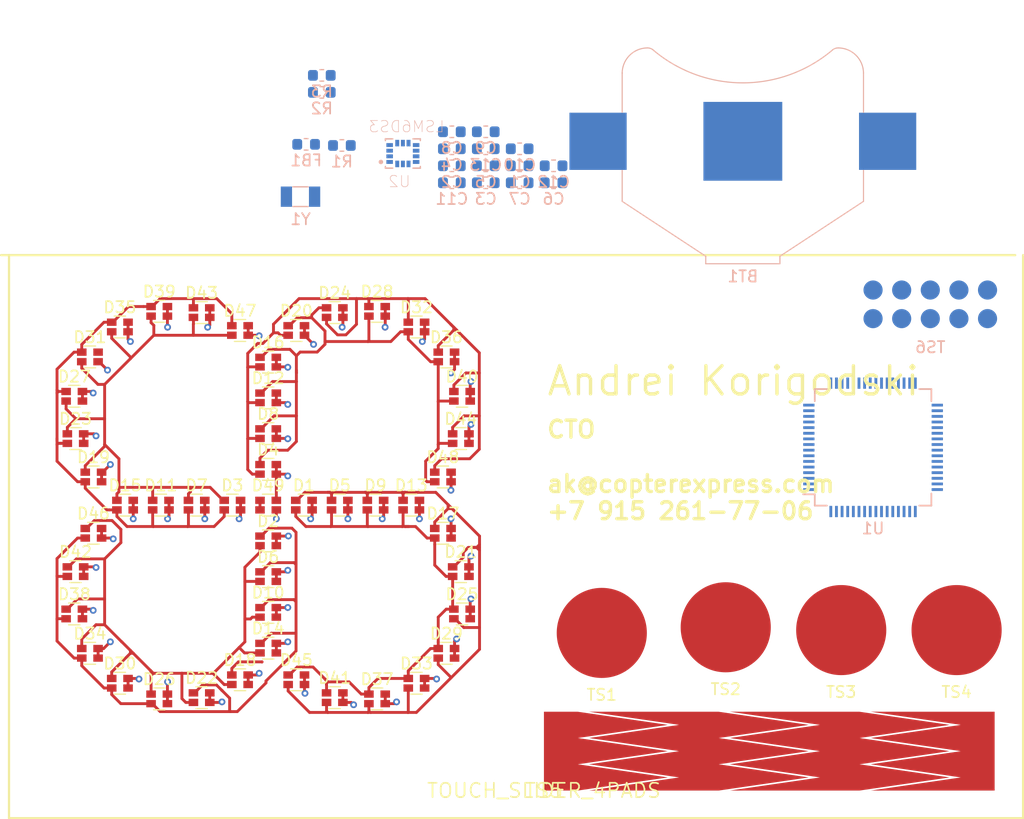
<source format=kicad_pcb>
(kicad_pcb (version 20171130) (host pcbnew 5.0.2+dfsg1-1~bpo9+1)
  (layers (0 F.Cu signal) (31 B.Cu signal) (34 B.Paste user) (35 F.Paste user) (36 B.SilkS user) (37 F.SilkS user) (38 B.Mask user) (39 F.Mask user) (44 Edge.Cuts user))
  (net 0 "")
  (net 1 LED_K0)
  (net 2 LED_K1)
  (net 3 LED_A0)
  (net 4 LED_K3)
  (net 5 LED_K2)
  (net 6 LED_K4)
  (net 7 LED_K5)
  (net 8 LED_K7)
  (net 9 LED_K6)
  (net 10 LED_K8)
  (net 11 LED_A1)
  (net 12 LED_A2)
  (net 13 LED_A3)
  (net 14 LED_A4)
  (net 15 LED_A5)
  (net 16 LED_A6)
  (net 17 LED_A7)
  (net 18 LED_A8)
  (net 19 VDD)
  (net 20 N$2)
  (net 21 MCU_AVDD)
  (net 22 GND)
  (net 23 N$7)
  (net 24 N$6)
  (net 25 N$13)
  (net 26 N$14)
  (net 27 N$5)
  (net 28 N$19)
  (net 29 N$20)
  (net 30 N$16)
  (net 31 N$15)
  (net 32 N$17)
  (net 33 N$18)
  (net 34 N$12)
  (net 35 N$11)
  (net 36 TOUCH_PAD0)
  (net 37 N$1)
  (net 38 TOUCH_PAD1)
  (net 39 TOUCH_PAD2)
  (net 40 TOUCH_PAD3)
  (net 41 N$21)
  (net 42 N$22)
  (net 43 N$23)
  (net 44 N$24)
  (net 45 N$8)
  (net 46 N$10)
  (net 47 N$9)
  (net 48 N$25)
  (net 49 N$26)
  (net 50 LED_K9)
  (net 51 LED_K10)
  (net 52 LED_K11)
  (module footprints:LED_DUAL_0606 (layer F.Cu) (at 96.175 57.2)
    (fp_text reference D1 (at 0 -1.75) (layer F.SilkS))
    (fp_text value LED_Dual_AACC)
    (pad 3 smd rect (at 0.725 -0.425) (size 0.85 0.65) (layers F.Cu F.Paste F.Mask) (net 1 LED_K0))
    (pad 4 smd rect (at 0.725 0.425) (size 0.85 0.65) (layers F.Cu F.Paste F.Mask) (net 1 LED_K0))
    (pad 2 smd rect (at -0.725 0.425) (size 0.85 0.65) (layers F.Cu F.Paste F.Mask) (net 11 LED_A1))
    (pad 1 smd rect (at -0.725 -0.425) (size 0.85 0.65) (layers F.Cu F.Paste F.Mask) (net 3 LED_A0))
  )
  (module footprints:LED_DUAL_0606 (layer F.Cu) (at 93 60.375)
    (fp_text reference D2 (at 0 -1.75) (layer F.SilkS))
    (fp_text value LED_Dual_AACC)
    (pad 3 smd rect (at 0.725 -0.425) (size 0.85 0.65) (layers F.Cu F.Paste F.Mask) (net 1 LED_K0))
    (pad 4 smd rect (at 0.725 0.425) (size 0.85 0.65) (layers F.Cu F.Paste F.Mask) (net 1 LED_K0))
    (pad 2 smd rect (at -0.725 0.425) (size 0.85 0.65) (layers F.Cu F.Paste F.Mask) (net 13 LED_A3))
    (pad 1 smd rect (at -0.725 -0.425) (size 0.85 0.65) (layers F.Cu F.Paste F.Mask) (net 12 LED_A2))
  )
  (module footprints:LED_DUAL_0606 (layer F.Cu) (at 89.825 57.2)
    (fp_text reference D3 (at 0 -1.75) (layer F.SilkS))
    (fp_text value LED_Dual_AACC)
    (pad 3 smd rect (at 0.725 -0.425) (size 0.85 0.65) (layers F.Cu F.Paste F.Mask) (net 1 LED_K0))
    (pad 4 smd rect (at 0.725 0.425) (size 0.85 0.65) (layers F.Cu F.Paste F.Mask) (net 1 LED_K0))
    (pad 2 smd rect (at -0.725 0.425) (size 0.85 0.65) (layers F.Cu F.Paste F.Mask) (net 15 LED_A5))
    (pad 1 smd rect (at -0.725 -0.425) (size 0.85 0.65) (layers F.Cu F.Paste F.Mask) (net 14 LED_A4))
  )
  (module footprints:LED_DUAL_0606 (layer F.Cu) (at 93 54.025)
    (fp_text reference D4 (at 0 -1.75) (layer F.SilkS))
    (fp_text value LED_Dual_AACC)
    (pad 3 smd rect (at 0.725 -0.425) (size 0.85 0.65) (layers F.Cu F.Paste F.Mask) (net 1 LED_K0))
    (pad 4 smd rect (at 0.725 0.425) (size 0.85 0.65) (layers F.Cu F.Paste F.Mask) (net 1 LED_K0))
    (pad 2 smd rect (at -0.725 0.425) (size 0.85 0.65) (layers F.Cu F.Paste F.Mask) (net 17 LED_A7))
    (pad 1 smd rect (at -0.725 -0.425) (size 0.85 0.65) (layers F.Cu F.Paste F.Mask) (net 16 LED_A6))
  )
  (module footprints:LED_DUAL_0606 (layer F.Cu) (at 99.35 57.2)
    (fp_text reference D5 (at 0 -1.75) (layer F.SilkS))
    (fp_text value LED_Dual_AACC)
    (pad 3 smd rect (at 0.725 -0.425) (size 0.85 0.65) (layers F.Cu F.Paste F.Mask) (net 2 LED_K1))
    (pad 4 smd rect (at 0.725 0.425) (size 0.85 0.65) (layers F.Cu F.Paste F.Mask) (net 2 LED_K1))
    (pad 2 smd rect (at -0.725 0.425) (size 0.85 0.65) (layers F.Cu F.Paste F.Mask) (net 11 LED_A1))
    (pad 1 smd rect (at -0.725 -0.425) (size 0.85 0.65) (layers F.Cu F.Paste F.Mask) (net 3 LED_A0))
  )
  (module footprints:LED_DUAL_0606 (layer F.Cu) (at 93 63.55)
    (fp_text reference D6 (at 0 -1.75) (layer F.SilkS))
    (fp_text value LED_Dual_AACC)
    (pad 3 smd rect (at 0.725 -0.425) (size 0.85 0.65) (layers F.Cu F.Paste F.Mask) (net 2 LED_K1))
    (pad 4 smd rect (at 0.725 0.425) (size 0.85 0.65) (layers F.Cu F.Paste F.Mask) (net 2 LED_K1))
    (pad 2 smd rect (at -0.725 0.425) (size 0.85 0.65) (layers F.Cu F.Paste F.Mask) (net 13 LED_A3))
    (pad 1 smd rect (at -0.725 -0.425) (size 0.85 0.65) (layers F.Cu F.Paste F.Mask) (net 12 LED_A2))
  )
  (module footprints:LED_DUAL_0606 (layer F.Cu) (at 86.65 57.2)
    (fp_text reference D7 (at 0 -1.75) (layer F.SilkS))
    (fp_text value LED_Dual_AACC)
    (pad 3 smd rect (at 0.725 -0.425) (size 0.85 0.65) (layers F.Cu F.Paste F.Mask) (net 2 LED_K1))
    (pad 4 smd rect (at 0.725 0.425) (size 0.85 0.65) (layers F.Cu F.Paste F.Mask) (net 2 LED_K1))
    (pad 2 smd rect (at -0.725 0.425) (size 0.85 0.65) (layers F.Cu F.Paste F.Mask) (net 15 LED_A5))
    (pad 1 smd rect (at -0.725 -0.425) (size 0.85 0.65) (layers F.Cu F.Paste F.Mask) (net 14 LED_A4))
  )
  (module footprints:LED_DUAL_0606 (layer F.Cu) (at 93 50.85)
    (fp_text reference D8 (at 0 -1.75) (layer F.SilkS))
    (fp_text value LED_Dual_AACC)
    (pad 3 smd rect (at 0.725 -0.425) (size 0.85 0.65) (layers F.Cu F.Paste F.Mask) (net 2 LED_K1))
    (pad 4 smd rect (at 0.725 0.425) (size 0.85 0.65) (layers F.Cu F.Paste F.Mask) (net 2 LED_K1))
    (pad 2 smd rect (at -0.725 0.425) (size 0.85 0.65) (layers F.Cu F.Paste F.Mask) (net 17 LED_A7))
    (pad 1 smd rect (at -0.725 -0.425) (size 0.85 0.65) (layers F.Cu F.Paste F.Mask) (net 16 LED_A6))
  )
  (module footprints:LED_DUAL_0606 (layer F.Cu) (at 102.525 57.2)
    (fp_text reference D9 (at 0 -1.75) (layer F.SilkS))
    (fp_text value LED_Dual_AACC)
    (pad 3 smd rect (at 0.725 -0.425) (size 0.85 0.65) (layers F.Cu F.Paste F.Mask) (net 5 LED_K2))
    (pad 4 smd rect (at 0.725 0.425) (size 0.85 0.65) (layers F.Cu F.Paste F.Mask) (net 5 LED_K2))
    (pad 2 smd rect (at -0.725 0.425) (size 0.85 0.65) (layers F.Cu F.Paste F.Mask) (net 11 LED_A1))
    (pad 1 smd rect (at -0.725 -0.425) (size 0.85 0.65) (layers F.Cu F.Paste F.Mask) (net 3 LED_A0))
  )
  (module footprints:LED_DUAL_0606 (layer F.Cu) (at 93 66.724999)
    (fp_text reference D10 (at 0 -1.75) (layer F.SilkS))
    (fp_text value LED_Dual_AACC)
    (pad 3 smd rect (at 0.725 -0.425) (size 0.85 0.65) (layers F.Cu F.Paste F.Mask) (net 5 LED_K2))
    (pad 4 smd rect (at 0.725 0.425) (size 0.85 0.65) (layers F.Cu F.Paste F.Mask) (net 5 LED_K2))
    (pad 2 smd rect (at -0.725 0.425) (size 0.85 0.65) (layers F.Cu F.Paste F.Mask) (net 13 LED_A3))
    (pad 1 smd rect (at -0.725 -0.425) (size 0.85 0.65) (layers F.Cu F.Paste F.Mask) (net 12 LED_A2))
  )
  (module footprints:LED_DUAL_0606 (layer F.Cu) (at 83.475 57.2)
    (fp_text reference D11 (at 0 -1.75) (layer F.SilkS))
    (fp_text value LED_Dual_AACC)
    (pad 3 smd rect (at 0.725 -0.425) (size 0.85 0.65) (layers F.Cu F.Paste F.Mask) (net 5 LED_K2))
    (pad 4 smd rect (at 0.725 0.425) (size 0.85 0.65) (layers F.Cu F.Paste F.Mask) (net 5 LED_K2))
    (pad 2 smd rect (at -0.725 0.425) (size 0.85 0.65) (layers F.Cu F.Paste F.Mask) (net 15 LED_A5))
    (pad 1 smd rect (at -0.725 -0.425) (size 0.85 0.65) (layers F.Cu F.Paste F.Mask) (net 14 LED_A4))
  )
  (module footprints:LED_DUAL_0606 (layer F.Cu) (at 93 47.675)
    (fp_text reference D12 (at 0 -1.75) (layer F.SilkS))
    (fp_text value LED_Dual_AACC)
    (pad 3 smd rect (at 0.725 -0.425) (size 0.85 0.65) (layers F.Cu F.Paste F.Mask) (net 5 LED_K2))
    (pad 4 smd rect (at 0.725 0.425) (size 0.85 0.65) (layers F.Cu F.Paste F.Mask) (net 5 LED_K2))
    (pad 2 smd rect (at -0.725 0.425) (size 0.85 0.65) (layers F.Cu F.Paste F.Mask) (net 17 LED_A7))
    (pad 1 smd rect (at -0.725 -0.425) (size 0.85 0.65) (layers F.Cu F.Paste F.Mask) (net 16 LED_A6))
  )
  (module footprints:LED_DUAL_0606 (layer F.Cu) (at 105.7 57.2)
    (fp_text reference D13 (at 0 -1.75) (layer F.SilkS))
    (fp_text value LED_Dual_AACC)
    (pad 3 smd rect (at 0.725 -0.425) (size 0.85 0.65) (layers F.Cu F.Paste F.Mask) (net 4 LED_K3))
    (pad 4 smd rect (at 0.725 0.425) (size 0.85 0.65) (layers F.Cu F.Paste F.Mask) (net 4 LED_K3))
    (pad 2 smd rect (at -0.725 0.425) (size 0.85 0.65) (layers F.Cu F.Paste F.Mask) (net 11 LED_A1))
    (pad 1 smd rect (at -0.725 -0.425) (size 0.85 0.65) (layers F.Cu F.Paste F.Mask) (net 3 LED_A0))
  )
  (module footprints:LED_DUAL_0606 (layer F.Cu) (at 93 69.9)
    (fp_text reference D14 (at 0 -1.75) (layer F.SilkS))
    (fp_text value LED_Dual_AACC)
    (pad 3 smd rect (at 0.725 -0.425) (size 0.85 0.65) (layers F.Cu F.Paste F.Mask) (net 4 LED_K3))
    (pad 4 smd rect (at 0.725 0.425) (size 0.85 0.65) (layers F.Cu F.Paste F.Mask) (net 4 LED_K3))
    (pad 2 smd rect (at -0.725 0.425) (size 0.85 0.65) (layers F.Cu F.Paste F.Mask) (net 13 LED_A3))
    (pad 1 smd rect (at -0.725 -0.425) (size 0.85 0.65) (layers F.Cu F.Paste F.Mask) (net 12 LED_A2))
  )
  (module footprints:LED_DUAL_0606 (layer F.Cu) (at 80.3 57.2)
    (fp_text reference D15 (at 0 -1.75) (layer F.SilkS))
    (fp_text value LED_Dual_AACC)
    (pad 3 smd rect (at 0.725 -0.425) (size 0.85 0.65) (layers F.Cu F.Paste F.Mask) (net 4 LED_K3))
    (pad 4 smd rect (at 0.725 0.425) (size 0.85 0.65) (layers F.Cu F.Paste F.Mask) (net 4 LED_K3))
    (pad 2 smd rect (at -0.725 0.425) (size 0.85 0.65) (layers F.Cu F.Paste F.Mask) (net 15 LED_A5))
    (pad 1 smd rect (at -0.725 -0.425) (size 0.85 0.65) (layers F.Cu F.Paste F.Mask) (net 14 LED_A4))
  )
  (module footprints:LED_DUAL_0606 (layer F.Cu) (at 93 44.5)
    (fp_text reference D16 (at 0 -1.75) (layer F.SilkS))
    (fp_text value LED_Dual_AACC)
    (pad 3 smd rect (at 0.725 -0.425) (size 0.85 0.65) (layers F.Cu F.Paste F.Mask) (net 4 LED_K3))
    (pad 4 smd rect (at 0.725 0.425) (size 0.85 0.65) (layers F.Cu F.Paste F.Mask) (net 4 LED_K3))
    (pad 2 smd rect (at -0.725 0.425) (size 0.85 0.65) (layers F.Cu F.Paste F.Mask) (net 17 LED_A7))
    (pad 1 smd rect (at -0.725 -0.425) (size 0.85 0.65) (layers F.Cu F.Paste F.Mask) (net 16 LED_A6))
  )
  (module footprints:LED_DUAL_0606 (layer F.Cu) (at 108.508852 59.699666)
    (fp_text reference D17 (at 0 -1.75) (layer F.SilkS))
    (fp_text value LED_Dual_AACC)
    (pad 3 smd rect (at 0.725 -0.425) (size 0.85 0.65) (layers F.Cu F.Paste F.Mask) (net 6 LED_K4))
    (pad 4 smd rect (at 0.725 0.425) (size 0.85 0.65) (layers F.Cu F.Paste F.Mask) (net 6 LED_K4))
    (pad 2 smd rect (at -0.725 0.425) (size 0.85 0.65) (layers F.Cu F.Paste F.Mask) (net 11 LED_A1))
    (pad 1 smd rect (at -0.725 -0.425) (size 0.85 0.65) (layers F.Cu F.Paste F.Mask) (net 3 LED_A0))
  )
  (module footprints:LED_DUAL_0606 (layer F.Cu) (at 90.500333 72.708852)
    (fp_text reference D18 (at 0 -1.75) (layer F.SilkS))
    (fp_text value LED_Dual_AACC)
    (pad 3 smd rect (at 0.725 -0.425) (size 0.85 0.65) (layers F.Cu F.Paste F.Mask) (net 6 LED_K4))
    (pad 4 smd rect (at 0.725 0.425) (size 0.85 0.65) (layers F.Cu F.Paste F.Mask) (net 6 LED_K4))
    (pad 2 smd rect (at -0.725 0.425) (size 0.85 0.65) (layers F.Cu F.Paste F.Mask) (net 13 LED_A3))
    (pad 1 smd rect (at -0.725 -0.425) (size 0.85 0.65) (layers F.Cu F.Paste F.Mask) (net 12 LED_A2))
  )
  (module footprints:LED_DUAL_0606 (layer F.Cu) (at 77.491147 54.700333)
    (fp_text reference D19 (at 0 -1.75) (layer F.SilkS))
    (fp_text value LED_Dual_AACC)
    (pad 3 smd rect (at 0.725 -0.425) (size 0.85 0.65) (layers F.Cu F.Paste F.Mask) (net 6 LED_K4))
    (pad 4 smd rect (at 0.725 0.425) (size 0.85 0.65) (layers F.Cu F.Paste F.Mask) (net 6 LED_K4))
    (pad 2 smd rect (at -0.725 0.425) (size 0.85 0.65) (layers F.Cu F.Paste F.Mask) (net 15 LED_A5))
    (pad 1 smd rect (at -0.725 -0.425) (size 0.85 0.65) (layers F.Cu F.Paste F.Mask) (net 14 LED_A4))
  )
  (module footprints:LED_DUAL_0606 (layer F.Cu) (at 95.499666 41.691147)
    (fp_text reference D20 (at 0 -1.75) (layer F.SilkS))
    (fp_text value LED_Dual_AACC)
    (pad 3 smd rect (at 0.725 -0.425) (size 0.85 0.65) (layers F.Cu F.Paste F.Mask) (net 6 LED_K4))
    (pad 4 smd rect (at 0.725 0.425) (size 0.85 0.65) (layers F.Cu F.Paste F.Mask) (net 6 LED_K4))
    (pad 2 smd rect (at -0.725 0.425) (size 0.85 0.65) (layers F.Cu F.Paste F.Mask) (net 17 LED_A7))
    (pad 1 smd rect (at -0.725 -0.425) (size 0.85 0.65) (layers F.Cu F.Paste F.Mask) (net 16 LED_A6))
  )
  (module footprints:LED_DUAL_0606 (layer F.Cu) (at 110.097919 63.107431)
    (fp_text reference D21 (at 0 -1.75) (layer F.SilkS))
    (fp_text value LED_Dual_AACC)
    (pad 3 smd rect (at 0.725 -0.425) (size 0.85 0.65) (layers F.Cu F.Paste F.Mask) (net 7 LED_K5))
    (pad 4 smd rect (at 0.725 0.425) (size 0.85 0.65) (layers F.Cu F.Paste F.Mask) (net 7 LED_K5))
    (pad 2 smd rect (at -0.725 0.425) (size 0.85 0.65) (layers F.Cu F.Paste F.Mask) (net 11 LED_A1))
    (pad 1 smd rect (at -0.725 -0.425) (size 0.85 0.65) (layers F.Cu F.Paste F.Mask) (net 3 LED_A0))
  )
  (module footprints:LED_DUAL_0606 (layer F.Cu) (at 87.092568 74.297919)
    (fp_text reference D22 (at 0 -1.75) (layer F.SilkS))
    (fp_text value LED_Dual_AACC)
    (pad 3 smd rect (at 0.725 -0.425) (size 0.85 0.65) (layers F.Cu F.Paste F.Mask) (net 7 LED_K5))
    (pad 4 smd rect (at 0.725 0.425) (size 0.85 0.65) (layers F.Cu F.Paste F.Mask) (net 7 LED_K5))
    (pad 2 smd rect (at -0.725 0.425) (size 0.85 0.65) (layers F.Cu F.Paste F.Mask) (net 13 LED_A3))
    (pad 1 smd rect (at -0.725 -0.425) (size 0.85 0.65) (layers F.Cu F.Paste F.Mask) (net 12 LED_A2))
  )
  (module footprints:LED_DUAL_0606 (layer F.Cu) (at 75.90208 51.292568)
    (fp_text reference D23 (at 0 -1.75) (layer F.SilkS))
    (fp_text value LED_Dual_AACC)
    (pad 3 smd rect (at 0.725 -0.425) (size 0.85 0.65) (layers F.Cu F.Paste F.Mask) (net 7 LED_K5))
    (pad 4 smd rect (at 0.725 0.425) (size 0.85 0.65) (layers F.Cu F.Paste F.Mask) (net 7 LED_K5))
    (pad 2 smd rect (at -0.725 0.425) (size 0.85 0.65) (layers F.Cu F.Paste F.Mask) (net 15 LED_A5))
    (pad 1 smd rect (at -0.725 -0.425) (size 0.85 0.65) (layers F.Cu F.Paste F.Mask) (net 14 LED_A4))
  )
  (module footprints:LED_DUAL_0606 (layer F.Cu) (at 98.907431 40.10208)
    (fp_text reference D24 (at 0 -1.75) (layer F.SilkS))
    (fp_text value LED_Dual_AACC)
    (pad 3 smd rect (at 0.725 -0.425) (size 0.85 0.65) (layers F.Cu F.Paste F.Mask) (net 7 LED_K5))
    (pad 4 smd rect (at 0.725 0.425) (size 0.85 0.65) (layers F.Cu F.Paste F.Mask) (net 7 LED_K5))
    (pad 2 smd rect (at -0.725 0.425) (size 0.85 0.65) (layers F.Cu F.Paste F.Mask) (net 17 LED_A7))
    (pad 1 smd rect (at -0.725 -0.425) (size 0.85 0.65) (layers F.Cu F.Paste F.Mask) (net 16 LED_A6))
  )
  (module footprints:LED_DUAL_0606 (layer F.Cu) (at 110.207279 66.865892)
    (fp_text reference D25 (at 0 -1.75) (layer F.SilkS))
    (fp_text value LED_Dual_AACC)
    (pad 3 smd rect (at 0.725 -0.425) (size 0.85 0.65) (layers F.Cu F.Paste F.Mask) (net 9 LED_K6))
    (pad 4 smd rect (at 0.725 0.425) (size 0.85 0.65) (layers F.Cu F.Paste F.Mask) (net 9 LED_K6))
    (pad 2 smd rect (at -0.725 0.425) (size 0.85 0.65) (layers F.Cu F.Paste F.Mask) (net 3 LED_A0))
    (pad 1 smd rect (at -0.725 -0.425) (size 0.85 0.65) (layers F.Cu F.Paste F.Mask) (net 11 LED_A1))
  )
  (module footprints:LED_DUAL_0606 (layer F.Cu) (at 83.334107 74.407279)
    (fp_text reference D26 (at 0 -1.75) (layer F.SilkS))
    (fp_text value LED_Dual_AACC)
    (pad 3 smd rect (at 0.725 -0.425) (size 0.85 0.65) (layers F.Cu F.Paste F.Mask) (net 9 LED_K6))
    (pad 4 smd rect (at 0.725 0.425) (size 0.85 0.65) (layers F.Cu F.Paste F.Mask) (net 9 LED_K6))
    (pad 2 smd rect (at -0.725 0.425) (size 0.85 0.65) (layers F.Cu F.Paste F.Mask) (net 12 LED_A2))
    (pad 1 smd rect (at -0.725 -0.425) (size 0.85 0.65) (layers F.Cu F.Paste F.Mask) (net 13 LED_A3))
  )
  (module footprints:LED_DUAL_0606 (layer F.Cu) (at 75.79272 47.534107)
    (fp_text reference D27 (at 0 -1.75) (layer F.SilkS))
    (fp_text value LED_Dual_AACC)
    (pad 3 smd rect (at 0.725 -0.425) (size 0.85 0.65) (layers F.Cu F.Paste F.Mask) (net 9 LED_K6))
    (pad 4 smd rect (at 0.725 0.425) (size 0.85 0.65) (layers F.Cu F.Paste F.Mask) (net 9 LED_K6))
    (pad 2 smd rect (at -0.725 0.425) (size 0.85 0.65) (layers F.Cu F.Paste F.Mask) (net 14 LED_A4))
    (pad 1 smd rect (at -0.725 -0.425) (size 0.85 0.65) (layers F.Cu F.Paste F.Mask) (net 15 LED_A5))
  )
  (module footprints:LED_DUAL_0606 (layer F.Cu) (at 102.665892 39.99272)
    (fp_text reference D28 (at 0 -1.75) (layer F.SilkS))
    (fp_text value LED_Dual_AACC)
    (pad 3 smd rect (at 0.725 -0.425) (size 0.85 0.65) (layers F.Cu F.Paste F.Mask) (net 9 LED_K6))
    (pad 4 smd rect (at 0.725 0.425) (size 0.85 0.65) (layers F.Cu F.Paste F.Mask) (net 9 LED_K6))
    (pad 2 smd rect (at -0.725 0.425) (size 0.85 0.65) (layers F.Cu F.Paste F.Mask) (net 16 LED_A6))
    (pad 1 smd rect (at -0.725 -0.425) (size 0.85 0.65) (layers F.Cu F.Paste F.Mask) (net 17 LED_A7))
  )
  (module footprints:LED_DUAL_0606 (layer F.Cu) (at 108.819045 70.360287)
    (fp_text reference D29 (at 0 -1.75) (layer F.SilkS))
    (fp_text value LED_Dual_AACC)
    (pad 3 smd rect (at 0.725 -0.425) (size 0.85 0.65) (layers F.Cu F.Paste F.Mask) (net 8 LED_K7))
    (pad 4 smd rect (at 0.725 0.425) (size 0.85 0.65) (layers F.Cu F.Paste F.Mask) (net 8 LED_K7))
    (pad 2 smd rect (at -0.725 0.425) (size 0.85 0.65) (layers F.Cu F.Paste F.Mask) (net 3 LED_A0))
    (pad 1 smd rect (at -0.725 -0.425) (size 0.85 0.65) (layers F.Cu F.Paste F.Mask) (net 11 LED_A1))
  )
  (module footprints:LED_DUAL_0606 (layer F.Cu) (at 79.839712 73.019045)
    (fp_text reference D30 (at 0 -1.75) (layer F.SilkS))
    (fp_text value LED_Dual_AACC)
    (pad 3 smd rect (at 0.725 -0.425) (size 0.85 0.65) (layers F.Cu F.Paste F.Mask) (net 8 LED_K7))
    (pad 4 smd rect (at 0.725 0.425) (size 0.85 0.65) (layers F.Cu F.Paste F.Mask) (net 8 LED_K7))
    (pad 2 smd rect (at -0.725 0.425) (size 0.85 0.65) (layers F.Cu F.Paste F.Mask) (net 12 LED_A2))
    (pad 1 smd rect (at -0.725 -0.425) (size 0.85 0.65) (layers F.Cu F.Paste F.Mask) (net 13 LED_A3))
  )
  (module footprints:LED_DUAL_0606 (layer F.Cu) (at 77.180954 44.039712)
    (fp_text reference D31 (at 0 -1.75) (layer F.SilkS))
    (fp_text value LED_Dual_AACC)
    (pad 3 smd rect (at 0.725 -0.425) (size 0.85 0.65) (layers F.Cu F.Paste F.Mask) (net 8 LED_K7))
    (pad 4 smd rect (at 0.725 0.425) (size 0.85 0.65) (layers F.Cu F.Paste F.Mask) (net 8 LED_K7))
    (pad 2 smd rect (at -0.725 0.425) (size 0.85 0.65) (layers F.Cu F.Paste F.Mask) (net 14 LED_A4))
    (pad 1 smd rect (at -0.725 -0.425) (size 0.85 0.65) (layers F.Cu F.Paste F.Mask) (net 15 LED_A5))
  )
  (module footprints:LED_DUAL_0606 (layer F.Cu) (at 106.160287 41.380954)
    (fp_text reference D32 (at 0 -1.75) (layer F.SilkS))
    (fp_text value LED_Dual_AACC)
    (pad 3 smd rect (at 0.725 -0.425) (size 0.85 0.65) (layers F.Cu F.Paste F.Mask) (net 8 LED_K7))
    (pad 4 smd rect (at 0.725 0.425) (size 0.85 0.65) (layers F.Cu F.Paste F.Mask) (net 8 LED_K7))
    (pad 2 smd rect (at -0.725 0.425) (size 0.85 0.65) (layers F.Cu F.Paste F.Mask) (net 16 LED_A6))
    (pad 1 smd rect (at -0.725 -0.425) (size 0.85 0.65) (layers F.Cu F.Paste F.Mask) (net 17 LED_A7))
  )
  (module footprints:LED_DUAL_0606 (layer F.Cu) (at 106.160287 73.019045)
    (fp_text reference D33 (at 0 -1.75) (layer F.SilkS))
    (fp_text value LED_Dual_AACC)
    (pad 3 smd rect (at 0.725 -0.425) (size 0.85 0.65) (layers F.Cu F.Paste F.Mask) (net 10 LED_K8))
    (pad 4 smd rect (at 0.725 0.425) (size 0.85 0.65) (layers F.Cu F.Paste F.Mask) (net 10 LED_K8))
    (pad 2 smd rect (at -0.725 0.425) (size 0.85 0.65) (layers F.Cu F.Paste F.Mask) (net 3 LED_A0))
    (pad 1 smd rect (at -0.725 -0.425) (size 0.85 0.65) (layers F.Cu F.Paste F.Mask) (net 11 LED_A1))
  )
  (module footprints:LED_DUAL_0606 (layer F.Cu) (at 77.180954 70.360287)
    (fp_text reference D34 (at 0 -1.75) (layer F.SilkS))
    (fp_text value LED_Dual_AACC)
    (pad 3 smd rect (at 0.725 -0.425) (size 0.85 0.65) (layers F.Cu F.Paste F.Mask) (net 10 LED_K8))
    (pad 4 smd rect (at 0.725 0.425) (size 0.85 0.65) (layers F.Cu F.Paste F.Mask) (net 10 LED_K8))
    (pad 2 smd rect (at -0.725 0.425) (size 0.85 0.65) (layers F.Cu F.Paste F.Mask) (net 12 LED_A2))
    (pad 1 smd rect (at -0.725 -0.425) (size 0.85 0.65) (layers F.Cu F.Paste F.Mask) (net 13 LED_A3))
  )
  (module footprints:LED_DUAL_0606 (layer F.Cu) (at 79.839712 41.380954)
    (fp_text reference D35 (at 0 -1.75) (layer F.SilkS))
    (fp_text value LED_Dual_AACC)
    (pad 3 smd rect (at 0.725 -0.425) (size 0.85 0.65) (layers F.Cu F.Paste F.Mask) (net 10 LED_K8))
    (pad 4 smd rect (at 0.725 0.425) (size 0.85 0.65) (layers F.Cu F.Paste F.Mask) (net 10 LED_K8))
    (pad 2 smd rect (at -0.725 0.425) (size 0.85 0.65) (layers F.Cu F.Paste F.Mask) (net 14 LED_A4))
    (pad 1 smd rect (at -0.725 -0.425) (size 0.85 0.65) (layers F.Cu F.Paste F.Mask) (net 15 LED_A5))
  )
  (module footprints:LED_DUAL_0606 (layer F.Cu) (at 108.819045 44.039712)
    (fp_text reference D36 (at 0 -1.75) (layer F.SilkS))
    (fp_text value LED_Dual_AACC)
    (pad 3 smd rect (at 0.725 -0.425) (size 0.85 0.65) (layers F.Cu F.Paste F.Mask) (net 10 LED_K8))
    (pad 4 smd rect (at 0.725 0.425) (size 0.85 0.65) (layers F.Cu F.Paste F.Mask) (net 10 LED_K8))
    (pad 2 smd rect (at -0.725 0.425) (size 0.85 0.65) (layers F.Cu F.Paste F.Mask) (net 16 LED_A6))
    (pad 1 smd rect (at -0.725 -0.425) (size 0.85 0.65) (layers F.Cu F.Paste F.Mask) (net 17 LED_A7))
  )
  (module footprints:LED_DUAL_0606 (layer F.Cu) (at 102.665892 74.407279)
    (fp_text reference D37 (at 0 -1.75) (layer F.SilkS))
    (fp_text value LED_Dual_AACC)
    (pad 3 smd rect (at 0.725 -0.425) (size 0.85 0.65) (layers F.Cu F.Paste F.Mask) (net 50 LED_K9))
    (pad 4 smd rect (at 0.725 0.425) (size 0.85 0.65) (layers F.Cu F.Paste F.Mask) (net 50 LED_K9))
    (pad 2 smd rect (at -0.725 0.425) (size 0.85 0.65) (layers F.Cu F.Paste F.Mask) (net 3 LED_A0))
    (pad 1 smd rect (at -0.725 -0.425) (size 0.85 0.65) (layers F.Cu F.Paste F.Mask) (net 11 LED_A1))
  )
  (module footprints:LED_DUAL_0606 (layer F.Cu) (at 75.79272 66.865892)
    (fp_text reference D38 (at 0 -1.75) (layer F.SilkS))
    (fp_text value LED_Dual_AACC)
    (pad 3 smd rect (at 0.725 -0.425) (size 0.85 0.65) (layers F.Cu F.Paste F.Mask) (net 50 LED_K9))
    (pad 4 smd rect (at 0.725 0.425) (size 0.85 0.65) (layers F.Cu F.Paste F.Mask) (net 50 LED_K9))
    (pad 2 smd rect (at -0.725 0.425) (size 0.85 0.65) (layers F.Cu F.Paste F.Mask) (net 12 LED_A2))
    (pad 1 smd rect (at -0.725 -0.425) (size 0.85 0.65) (layers F.Cu F.Paste F.Mask) (net 13 LED_A3))
  )
  (module footprints:LED_DUAL_0606 (layer F.Cu) (at 83.334107 39.99272)
    (fp_text reference D39 (at 0 -1.75) (layer F.SilkS))
    (fp_text value LED_Dual_AACC)
    (pad 3 smd rect (at 0.725 -0.425) (size 0.85 0.65) (layers F.Cu F.Paste F.Mask) (net 50 LED_K9))
    (pad 4 smd rect (at 0.725 0.425) (size 0.85 0.65) (layers F.Cu F.Paste F.Mask) (net 50 LED_K9))
    (pad 2 smd rect (at -0.725 0.425) (size 0.85 0.65) (layers F.Cu F.Paste F.Mask) (net 14 LED_A4))
    (pad 1 smd rect (at -0.725 -0.425) (size 0.85 0.65) (layers F.Cu F.Paste F.Mask) (net 15 LED_A5))
  )
  (module footprints:LED_DUAL_0606 (layer F.Cu) (at 110.207279 47.534107)
    (fp_text reference D40 (at 0 -1.75) (layer F.SilkS))
    (fp_text value LED_Dual_AACC)
    (pad 3 smd rect (at 0.725 -0.425) (size 0.85 0.65) (layers F.Cu F.Paste F.Mask) (net 50 LED_K9))
    (pad 4 smd rect (at 0.725 0.425) (size 0.85 0.65) (layers F.Cu F.Paste F.Mask) (net 50 LED_K9))
    (pad 2 smd rect (at -0.725 0.425) (size 0.85 0.65) (layers F.Cu F.Paste F.Mask) (net 16 LED_A6))
    (pad 1 smd rect (at -0.725 -0.425) (size 0.85 0.65) (layers F.Cu F.Paste F.Mask) (net 17 LED_A7))
  )
  (module footprints:LED_DUAL_0606 (layer F.Cu) (at 98.907431 74.297919)
    (fp_text reference D41 (at 0 -1.75) (layer F.SilkS))
    (fp_text value LED_Dual_AACC)
    (pad 3 smd rect (at 0.725 -0.425) (size 0.85 0.65) (layers F.Cu F.Paste F.Mask) (net 51 LED_K10))
    (pad 4 smd rect (at 0.725 0.425) (size 0.85 0.65) (layers F.Cu F.Paste F.Mask) (net 51 LED_K10))
    (pad 2 smd rect (at -0.725 0.425) (size 0.85 0.65) (layers F.Cu F.Paste F.Mask) (net 3 LED_A0))
    (pad 1 smd rect (at -0.725 -0.425) (size 0.85 0.65) (layers F.Cu F.Paste F.Mask) (net 11 LED_A1))
  )
  (module footprints:LED_DUAL_0606 (layer F.Cu) (at 75.90208 63.107431)
    (fp_text reference D42 (at 0 -1.75) (layer F.SilkS))
    (fp_text value LED_Dual_AACC)
    (pad 3 smd rect (at 0.725 -0.425) (size 0.85 0.65) (layers F.Cu F.Paste F.Mask) (net 51 LED_K10))
    (pad 4 smd rect (at 0.725 0.425) (size 0.85 0.65) (layers F.Cu F.Paste F.Mask) (net 51 LED_K10))
    (pad 2 smd rect (at -0.725 0.425) (size 0.85 0.65) (layers F.Cu F.Paste F.Mask) (net 12 LED_A2))
    (pad 1 smd rect (at -0.725 -0.425) (size 0.85 0.65) (layers F.Cu F.Paste F.Mask) (net 13 LED_A3))
  )
  (module footprints:LED_DUAL_0606 (layer F.Cu) (at 87.092568 40.10208)
    (fp_text reference D43 (at 0 -1.75) (layer F.SilkS))
    (fp_text value LED_Dual_AACC)
    (pad 3 smd rect (at 0.725 -0.425) (size 0.85 0.65) (layers F.Cu F.Paste F.Mask) (net 51 LED_K10))
    (pad 4 smd rect (at 0.725 0.425) (size 0.85 0.65) (layers F.Cu F.Paste F.Mask) (net 51 LED_K10))
    (pad 2 smd rect (at -0.725 0.425) (size 0.85 0.65) (layers F.Cu F.Paste F.Mask) (net 14 LED_A4))
    (pad 1 smd rect (at -0.725 -0.425) (size 0.85 0.65) (layers F.Cu F.Paste F.Mask) (net 15 LED_A5))
  )
  (module footprints:LED_DUAL_0606 (layer F.Cu) (at 110.097919 51.292568)
    (fp_text reference D44 (at 0 -1.75) (layer F.SilkS))
    (fp_text value LED_Dual_AACC)
    (pad 3 smd rect (at 0.725 -0.425) (size 0.85 0.65) (layers F.Cu F.Paste F.Mask) (net 51 LED_K10))
    (pad 4 smd rect (at 0.725 0.425) (size 0.85 0.65) (layers F.Cu F.Paste F.Mask) (net 51 LED_K10))
    (pad 2 smd rect (at -0.725 0.425) (size 0.85 0.65) (layers F.Cu F.Paste F.Mask) (net 16 LED_A6))
    (pad 1 smd rect (at -0.725 -0.425) (size 0.85 0.65) (layers F.Cu F.Paste F.Mask) (net 17 LED_A7))
  )
  (module footprints:LED_DUAL_0606 (layer F.Cu) (at 95.499666 72.708852)
    (fp_text reference D45 (at 0 -1.75) (layer F.SilkS))
    (fp_text value LED_Dual_AACC)
    (pad 3 smd rect (at 0.725 -0.425) (size 0.85 0.65) (layers F.Cu F.Paste F.Mask) (net 52 LED_K11))
    (pad 4 smd rect (at 0.725 0.425) (size 0.85 0.65) (layers F.Cu F.Paste F.Mask) (net 52 LED_K11))
    (pad 2 smd rect (at -0.725 0.425) (size 0.85 0.65) (layers F.Cu F.Paste F.Mask) (net 3 LED_A0))
    (pad 1 smd rect (at -0.725 -0.425) (size 0.85 0.65) (layers F.Cu F.Paste F.Mask) (net 11 LED_A1))
  )
  (module footprints:LED_DUAL_0606 (layer F.Cu) (at 77.491147 59.699666)
    (fp_text reference D46 (at 0 -1.75) (layer F.SilkS))
    (fp_text value LED_Dual_AACC)
    (pad 3 smd rect (at 0.725 -0.425) (size 0.85 0.65) (layers F.Cu F.Paste F.Mask) (net 52 LED_K11))
    (pad 4 smd rect (at 0.725 0.425) (size 0.85 0.65) (layers F.Cu F.Paste F.Mask) (net 52 LED_K11))
    (pad 2 smd rect (at -0.725 0.425) (size 0.85 0.65) (layers F.Cu F.Paste F.Mask) (net 12 LED_A2))
    (pad 1 smd rect (at -0.725 -0.425) (size 0.85 0.65) (layers F.Cu F.Paste F.Mask) (net 13 LED_A3))
  )
  (module footprints:LED_DUAL_0606 (layer F.Cu) (at 90.500333 41.691147)
    (fp_text reference D47 (at 0 -1.75) (layer F.SilkS))
    (fp_text value LED_Dual_AACC)
    (pad 3 smd rect (at 0.725 -0.425) (size 0.85 0.65) (layers F.Cu F.Paste F.Mask) (net 52 LED_K11))
    (pad 4 smd rect (at 0.725 0.425) (size 0.85 0.65) (layers F.Cu F.Paste F.Mask) (net 52 LED_K11))
    (pad 2 smd rect (at -0.725 0.425) (size 0.85 0.65) (layers F.Cu F.Paste F.Mask) (net 14 LED_A4))
    (pad 1 smd rect (at -0.725 -0.425) (size 0.85 0.65) (layers F.Cu F.Paste F.Mask) (net 15 LED_A5))
  )
  (module footprints:LED_DUAL_0606 (layer F.Cu) (at 108.508852 54.700333)
    (fp_text reference D48 (at 0 -1.75) (layer F.SilkS))
    (fp_text value LED_Dual_AACC)
    (pad 3 smd rect (at 0.725 -0.425) (size 0.85 0.65) (layers F.Cu F.Paste F.Mask) (net 52 LED_K11))
    (pad 4 smd rect (at 0.725 0.425) (size 0.85 0.65) (layers F.Cu F.Paste F.Mask) (net 52 LED_K11))
    (pad 2 smd rect (at -0.725 0.425) (size 0.85 0.65) (layers F.Cu F.Paste F.Mask) (net 16 LED_A6))
    (pad 1 smd rect (at -0.725 -0.425) (size 0.85 0.65) (layers F.Cu F.Paste F.Mask) (net 17 LED_A7))
  )
  (module footprints:LED_DUAL_0606 (layer F.Cu) (at 93 57.2)
    (fp_text reference D49 (at 0 -1.75) (layer F.SilkS))
    (fp_text value LED_Dual_AACC)
    (pad 3 smd rect (at 0.725 -0.425) (size 0.85 0.65) (layers F.Cu F.Paste F.Mask) (net 1 LED_K0))
    (pad 4 smd rect (at 0.725 0.425) (size 0.85 0.65) (layers F.Cu F.Paste F.Mask) (net 2 LED_K1))
    (pad 2 smd rect (at -0.725 0.425) (size 0.85 0.65) (layers F.Cu F.Paste F.Mask) (net 18 LED_A8))
    (pad 1 smd rect (at -0.725 -0.425) (size 0.85 0.65) (layers F.Cu F.Paste F.Mask) (net 18 LED_A8))
  )
  (module Inductor_SMD:L_0603_1608Metric (layer B.Cu) (at 96.3675 25.161291)
    (fp_text reference FB1 (at 0 1.43) (layer B.SilkS) (effects (justify mirror)))
    (fp_text value Ferrite_Bead_Small)
    (pad 2 smd roundrect (at 0.7875 0) (size 0.875 0.95) (layers B.Cu B.Paste B.Mask) (net 20 N$2))
    (pad 1 smd roundrect (at -0.7875 0) (size 0.875 0.95) (layers B.Cu B.Paste B.Mask) (net 19 VDD))
  )
  (module Resistor_SMD:R_0603_1608Metric (layer B.Cu) (at 99.5425 25.261291)
    (fp_text reference R1 (at 0 1.43) (layer B.SilkS) (effects (justify mirror)))
    (fp_text value 1)
    (pad 2 smd roundrect (at 0.7875 0) (size 0.875 0.95) (layers B.Cu B.Paste B.Mask) (net 21 MCU_AVDD))
    (pad 1 smd roundrect (at -0.7875 0) (size 0.875 0.95) (layers B.Cu B.Paste B.Mask) (net 20 N$2))
  )
  (module Package_QFP:LQFP-64_10x10mm_P0.5mm (layer B.Cu) (at 146.685 52.07)
    (fp_text reference U1 (at 0 7.2) (layer B.SilkS) (effects (justify mirror)))
    (fp_text value EFM32LG232F64)
    (pad 64 smd rect (at -3.75 5.7 270) (size 1 0.25) (layers B.Cu B.Paste B.Mask) (net 52 LED_K11))
    (pad 63 smd rect (at -3.25 5.7 270) (size 1 0.25) (layers B.Cu B.Paste B.Mask) (net 51 LED_K10))
    (pad 62 smd rect (at -2.75 5.7 270) (size 1 0.25) (layers B.Cu B.Paste B.Mask) (net 50 LED_K9))
    (pad 61 smd rect (at -2.25 5.7 270) (size 1 0.25) (layers B.Cu B.Paste B.Mask) (net 10 LED_K8))
    (pad 60 smd rect (at -1.75 5.7 270) (size 1 0.25) (layers B.Cu B.Paste B.Mask) (net 8 LED_K7))
    (pad 59 smd rect (at -1.25 5.7 270) (size 1 0.25) (layers B.Cu B.Paste B.Mask) (net 9 LED_K6))
    (pad 58 smd rect (at -0.75 5.7 270) (size 1 0.25) (layers B.Cu B.Paste B.Mask) (net 7 LED_K5))
    (pad 57 smd rect (at -0.25 5.7 270) (size 1 0.25) (layers B.Cu B.Paste B.Mask) (net 6 LED_K4))
    (pad 56 smd rect (at 0.25 5.7 270) (size 1 0.25) (layers B.Cu B.Paste B.Mask) (net 22 GND))
    (pad 55 smd rect (at 0.75 5.7 270) (size 1 0.25) (layers B.Cu B.Paste B.Mask) (net 19 VDD))
    (pad 54 smd rect (at 1.25 5.7 270) (size 1 0.25) (layers B.Cu B.Paste B.Mask) (net 4 LED_K3))
    (pad 53 smd rect (at 1.75 5.7 270) (size 1 0.25) (layers B.Cu B.Paste B.Mask) (net 5 LED_K2))
    (pad 52 smd rect (at 2.25 5.7 270) (size 1 0.25) (layers B.Cu B.Paste B.Mask) (net 2 LED_K1))
    (pad 51 smd rect (at 2.75 5.7 270) (size 1 0.25) (layers B.Cu B.Paste B.Mask) (net 1 LED_K0))
    (pad 50 smd rect (at 3.25 5.7 270) (size 1 0.25) (layers B.Cu B.Paste B.Mask) (net 47 N$9))
    (pad 49 smd rect (at 3.75 5.7 270) (size 1 0.25) (layers B.Cu B.Paste B.Mask) (net 46 N$10))
    (pad 48 smd rect (at 5.7 3.75) (size 1 0.25) (layers B.Cu B.Paste B.Mask) (net 45 N$8))
    (pad 47 smd rect (at 5.7 3.25) (size 1 0.25) (layers B.Cu B.Paste B.Mask) (net 44 N$24))
    (pad 46 smd rect (at 5.7 2.75) (size 1 0.25) (layers B.Cu B.Paste B.Mask) (net 43 N$23))
    (pad 45 smd rect (at 5.7 2.25) (size 1 0.25) (layers B.Cu B.Paste B.Mask) (net 42 N$22))
    (pad 44 smd rect (at 5.7 1.75) (size 1 0.25) (layers B.Cu B.Paste B.Mask) (net 41 N$21))
    (pad 43 smd rect (at 5.7 1.25) (size 1 0.25) (layers B.Cu B.Paste B.Mask) (net 40 TOUCH_PAD3))
    (pad 42 smd rect (at 5.7 0.75) (size 1 0.25) (layers B.Cu B.Paste B.Mask) (net 39 TOUCH_PAD2))
    (pad 41 smd rect (at 5.7 0.25) (size 1 0.25) (layers B.Cu B.Paste B.Mask) (net 38 TOUCH_PAD1))
    (pad 40 smd rect (at 5.7 -0.25) (size 1 0.25) (layers B.Cu B.Paste B.Mask) (net 37 N$1))
    (pad 39 smd rect (at 5.7 -0.75) (size 1 0.25) (layers B.Cu B.Paste B.Mask) (net 19 VDD))
    (pad 38 smd rect (at 5.7 -1.25) (size 1 0.25) (layers B.Cu B.Paste B.Mask) (net 22 GND))
    (pad 37 smd rect (at 5.7 -1.75) (size 1 0.25) (layers B.Cu B.Paste B.Mask) (net 36 TOUCH_PAD0))
    (pad 36 smd rect (at 5.7 -2.25) (size 1 0.25) (layers B.Cu B.Paste B.Mask) (net 22 GND))
    (pad 35 smd rect (at 5.7 -2.75) (size 1 0.25) (layers B.Cu B.Paste B.Mask) (net 35 N$11))
    (pad 34 smd rect (at 5.7 -3.25) (size 1 0.25) (layers B.Cu B.Paste B.Mask) (net 34 N$12))
    (pad 33 smd rect (at 5.7 -3.75) (size 1 0.25) (layers B.Cu B.Paste B.Mask) (net 22 GND))
    (pad 32 smd rect (at 3.75 -5.7 270) (size 1 0.25) (layers B.Cu B.Paste B.Mask) (net 22 GND))
    (pad 31 smd rect (at 3.25 -5.7 270) (size 1 0.25) (layers B.Cu B.Paste B.Mask) (net 33 N$18))
    (pad 30 smd rect (at 2.75 -5.7 270) (size 1 0.25) (layers B.Cu B.Paste B.Mask) (net 32 N$17))
    (pad 29 smd rect (at 2.25 -5.7 270) (size 1 0.25) (layers B.Cu B.Paste B.Mask) (net 31 N$15))
    (pad 28 smd rect (at 1.75 -5.7 270) (size 1 0.25) (layers B.Cu B.Paste B.Mask) (net 30 N$16))
    (pad 27 smd rect (at 1.25 -5.7 270) (size 1 0.25) (layers B.Cu B.Paste B.Mask) (net 21 MCU_AVDD))
    (pad 26 smd rect (at 0.75 -5.7 270) (size 1 0.25) (layers B.Cu B.Paste B.Mask) (net 19 VDD))
    (pad 25 smd rect (at 0.25 -5.7 270) (size 1 0.25) (layers B.Cu B.Paste B.Mask) (net 29 N$20))
    (pad 24 smd rect (at -0.25 -5.7 270) (size 1 0.25) (layers B.Cu B.Paste B.Mask) (net 28 N$19))
    (pad 23 smd rect (at -0.75 -5.7 270) (size 1 0.25) (layers B.Cu B.Paste B.Mask) (net 21 MCU_AVDD))
    (pad 22 smd rect (at -1.25 -5.7 270) (size 1 0.25) (layers B.Cu B.Paste B.Mask) (net 22 GND))
    (pad 21 smd rect (at -1.75 -5.7 270) (size 1 0.25) (layers B.Cu B.Paste B.Mask) (net 22 GND))
    (pad 20 smd rect (at -2.25 -5.7 270) (size 1 0.25) (layers B.Cu B.Paste B.Mask) (net 27 N$5))
    (pad 19 smd rect (at -2.75 -5.7 270) (size 1 0.25) (layers B.Cu B.Paste B.Mask) (net 18 LED_A8))
    (pad 18 smd rect (at -3.25 -5.7 270) (size 1 0.25) (layers B.Cu B.Paste B.Mask) (net 17 LED_A7))
    (pad 17 smd rect (at -3.75 -5.7 270) (size 1 0.25) (layers B.Cu B.Paste B.Mask) (net 16 LED_A6))
    (pad 16 smd rect (at -5.7 -3.75) (size 1 0.25) (layers B.Cu B.Paste B.Mask) (net 26 N$14))
    (pad 15 smd rect (at -5.7 -3.25) (size 1 0.25) (layers B.Cu B.Paste B.Mask) (net 25 N$13))
    (pad 14 smd rect (at -5.7 -2.75) (size 1 0.25) (layers B.Cu B.Paste B.Mask) (net 49 N$26))
    (pad 13 smd rect (at -5.7 -2.25) (size 1 0.25) (layers B.Cu B.Paste B.Mask) (net 48 N$25))
    (pad 12 smd rect (at -5.7 -1.75) (size 1 0.25) (layers B.Cu B.Paste B.Mask) (net 22 GND))
    (pad 11 smd rect (at -5.7 -1.25) (size 1 0.25) (layers B.Cu B.Paste B.Mask) (net 22 GND))
    (pad 10 smd rect (at -5.7 -0.75) (size 1 0.25) (layers B.Cu B.Paste B.Mask) (net 24 N$6))
    (pad 9 smd rect (at -5.7 -0.25) (size 1 0.25) (layers B.Cu B.Paste B.Mask) (net 23 N$7))
    (pad 8 smd rect (at -5.7 0.25) (size 1 0.25) (layers B.Cu B.Paste B.Mask) (net 22 GND))
    (pad 7 smd rect (at -5.7 0.75) (size 1 0.25) (layers B.Cu B.Paste B.Mask) (net 19 VDD))
    (pad 6 smd rect (at -5.7 1.25) (size 1 0.25) (layers B.Cu B.Paste B.Mask) (net 15 LED_A5))
    (pad 5 smd rect (at -5.7 1.75) (size 1 0.25) (layers B.Cu B.Paste B.Mask) (net 14 LED_A4))
    (pad 4 smd rect (at -5.7 2.25) (size 1 0.25) (layers B.Cu B.Paste B.Mask) (net 13 LED_A3))
    (pad 3 smd rect (at -5.7 2.75) (size 1 0.25) (layers B.Cu B.Paste B.Mask) (net 12 LED_A2))
    (pad 2 smd rect (at -5.7 3.25) (size 1 0.25) (layers B.Cu B.Paste B.Mask) (net 11 LED_A1))
    (pad 1 smd rect (at -5.7 3.75) (size 1 0.25) (layers B.Cu B.Paste B.Mask) (net 3 LED_A0))
  )
  (module Crystal:Crystal_SMD_3215-2Pin_3.2x1.5mm (layer B.Cu) (at 95.87 29.81)
    (fp_text reference Y1 (at 0 2) (layer B.SilkS) (effects (justify mirror)))
    (fp_text value 32768Hz)
    (pad 2 smd rect (at -1.25 0) (size 1 1.8) (layers B.Cu B.Paste B.Mask) (net 26 N$14))
    (pad 1 smd rect (at 1.25 0) (size 1 1.8) (layers B.Cu B.Paste B.Mask) (net 25 N$13))
  )
  (module Capacitor_SMD:C_0603_1608Metric (layer B.Cu) (at 115.321371 27.06629)
    (fp_text reference C1 (at 0 1.43) (layer B.SilkS) (effects (justify mirror)))
    (fp_text value 1uF)
    (pad 2 smd roundrect (at 0.7875 0) (size 0.875 0.95) (layers B.Cu B.Paste B.Mask) (net 22 GND))
    (pad 1 smd roundrect (at -0.7875 0) (size 0.875 0.95) (layers B.Cu B.Paste B.Mask) (net 37 N$1))
  )
  (module Capacitor_SMD:C_0603_1608Metric (layer B.Cu) (at 109.301371 27.06629)
    (fp_text reference C2 (at 0 1.43) (layer B.SilkS) (effects (justify mirror)))
    (fp_text value 0.1uF)
    (pad 2 smd roundrect (at 0.7875 0) (size 0.875 0.95) (layers B.Cu B.Paste B.Mask) (net 22 GND))
    (pad 1 smd roundrect (at -0.7875 0) (size 0.875 0.95) (layers B.Cu B.Paste B.Mask) (net 19 VDD))
  )
  (module Capacitor_SMD:C_0603_1608Metric (layer B.Cu) (at 112.311371 28.57629)
    (fp_text reference C3 (at 0 1.43) (layer B.SilkS) (effects (justify mirror)))
    (fp_text value 0.1uF)
    (pad 2 smd roundrect (at 0.7875 0) (size 0.875 0.95) (layers B.Cu B.Paste B.Mask) (net 22 GND))
    (pad 1 smd roundrect (at -0.7875 0) (size 0.875 0.95) (layers B.Cu B.Paste B.Mask) (net 19 VDD))
  )
  (module Capacitor_SMD:C_0603_1608Metric (layer B.Cu) (at 109.301371 25.55629)
    (fp_text reference C4 (at 0 1.43) (layer B.SilkS) (effects (justify mirror)))
    (fp_text value 0.1uF)
    (pad 2 smd roundrect (at 0.7875 0) (size 0.875 0.95) (layers B.Cu B.Paste B.Mask) (net 22 GND))
    (pad 1 smd roundrect (at -0.7875 0) (size 0.875 0.95) (layers B.Cu B.Paste B.Mask) (net 19 VDD))
  )
  (module Capacitor_SMD:C_0603_1608Metric (layer B.Cu) (at 112.311371 27.06629)
    (fp_text reference C5 (at 0 1.43) (layer B.SilkS) (effects (justify mirror)))
    (fp_text value 10uF)
    (pad 2 smd roundrect (at 0.7875 0) (size 0.875 0.95) (layers B.Cu B.Paste B.Mask) (net 22 GND))
    (pad 1 smd roundrect (at -0.7875 0) (size 0.875 0.95) (layers B.Cu B.Paste B.Mask) (net 19 VDD))
  )
  (module Capacitor_SMD:C_0603_1608Metric (layer B.Cu) (at 118.331371 28.57629)
    (fp_text reference C6 (at 0 1.43) (layer B.SilkS) (effects (justify mirror)))
    (fp_text value 10nF)
    (pad 2 smd roundrect (at 0.7875 0) (size 0.875 0.95) (layers B.Cu B.Paste B.Mask) (net 22 GND))
    (pad 1 smd roundrect (at -0.7875 0) (size 0.875 0.95) (layers B.Cu B.Paste B.Mask) (net 21 MCU_AVDD))
  )
  (module Capacitor_SMD:C_0603_1608Metric (layer B.Cu) (at 115.321371 28.57629)
    (fp_text reference C7 (at 0 1.43) (layer B.SilkS) (effects (justify mirror)))
    (fp_text value 10nF)
    (pad 2 smd roundrect (at 0.7875 0) (size 0.875 0.95) (layers B.Cu B.Paste B.Mask) (net 22 GND))
    (pad 1 smd roundrect (at -0.7875 0) (size 0.875 0.95) (layers B.Cu B.Paste B.Mask) (net 21 MCU_AVDD))
  )
  (module Capacitor_SMD:C_0603_1608Metric (layer B.Cu) (at 109.301371 24.04629)
    (fp_text reference C8 (at 0 1.43) (layer B.SilkS) (effects (justify mirror)))
    (fp_text value 10uF)
    (pad 2 smd roundrect (at 0.7875 0) (size 0.875 0.95) (layers B.Cu B.Paste B.Mask) (net 22 GND))
    (pad 1 smd roundrect (at -0.7875 0) (size 0.875 0.95) (layers B.Cu B.Paste B.Mask) (net 21 MCU_AVDD))
  )
  (module Capacitor_SMD:C_0603_1608Metric (layer B.Cu) (at 112.311371 24.04629)
    (fp_text reference C9 (at 0 1.43) (layer B.SilkS) (effects (justify mirror)))
    (fp_text value 0.1uF)
    (pad 2 smd roundrect (at 0.7875 0) (size 0.875 0.95) (layers B.Cu B.Paste B.Mask) (net 22 GND))
    (pad 1 smd roundrect (at -0.7875 0) (size 0.875 0.95) (layers B.Cu B.Paste B.Mask) (net 19 VDD))
  )
  (module Capacitor_SMD:C_0603_1608Metric (layer B.Cu) (at 115.321371 25.55629)
    (fp_text reference C10 (at 0 1.43) (layer B.SilkS) (effects (justify mirror)))
    (fp_text value 3.3uF)
    (pad 2 smd roundrect (at 0.7875 0) (size 0.875 0.95) (layers B.Cu B.Paste B.Mask) (net 22 GND))
    (pad 1 smd roundrect (at -0.7875 0) (size 0.875 0.95) (layers B.Cu B.Paste B.Mask) (net 19 VDD))
  )
  (module Capacitor_SMD:C_0603_1608Metric (layer B.Cu) (at 109.301371 28.57629)
    (fp_text reference C11 (at 0 1.43) (layer B.SilkS) (effects (justify mirror)))
    (fp_text value 100uF)
    (pad 2 smd roundrect (at 0.7875 0) (size 0.875 0.95) (layers B.Cu B.Paste B.Mask) (net 22 GND))
    (pad 1 smd roundrect (at -0.7875 0) (size 0.875 0.95) (layers B.Cu B.Paste B.Mask) (net 19 VDD))
  )
  (module Capacitor_SMD:C_0603_1608Metric (layer B.Cu) (at 118.331371 27.06629)
    (fp_text reference C12 (at 0 1.43) (layer B.SilkS) (effects (justify mirror)))
    (fp_text value 0.1uF)
    (pad 2 smd roundrect (at 0.7875 0) (size 0.875 0.95) (layers B.Cu B.Paste B.Mask) (net 22 GND))
    (pad 1 smd roundrect (at -0.7875 0) (size 0.875 0.95) (layers B.Cu B.Paste B.Mask) (net 19 VDD))
  )
  (module Capacitor_SMD:C_0603_1608Metric (layer B.Cu) (at 112.311371 25.55629)
    (fp_text reference C13 (at 0 1.43) (layer B.SilkS) (effects (justify mirror)))
    (fp_text value 0.1uF)
    (pad 2 smd roundrect (at 0.7875 0) (size 0.875 0.95) (layers B.Cu B.Paste B.Mask) (net 22 GND))
    (pad 1 smd roundrect (at -0.7875 0) (size 0.875 0.95) (layers B.Cu B.Paste B.Mask) (net 19 VDD))
  )
  (module Resistor_SMD:R_0603_1608Metric (layer B.Cu) (at 97.761371 20.54629)
    (fp_text reference R2 (at 0 1.43) (layer B.SilkS) (effects (justify mirror)))
    (fp_text value 0)
    (pad 2 smd roundrect (at 0.7875 0) (size 0.875 0.95) (layers B.Cu B.Paste B.Mask) (net 22 GND))
    (pad 1 smd roundrect (at -0.7875 0) (size 0.875 0.95) (layers B.Cu B.Paste B.Mask) (net 48 N$25))
  )
  (module Resistor_SMD:R_0603_1608Metric (layer B.Cu) (at 97.761371 19.03629)
    (fp_text reference R3 (at 0 1.43) (layer B.SilkS) (effects (justify mirror)))
    (fp_text value 0)
    (pad 2 smd roundrect (at 0.7875 0) (size 0.875 0.95) (layers B.Cu B.Paste B.Mask) (net 22 GND))
    (pad 1 smd roundrect (at -0.7875 0) (size 0.875 0.95) (layers B.Cu B.Paste B.Mask) (net 49 N$26))
  )
  (module footprints:LSM6DS3 (layer B.Cu) (at 104.95637 25.976291)
    (fp_text reference U2 (at -0.31031 2.48754) (layer B.SilkS) (effects (font (size 1.00102 1.00102) (thickness 0.05)) (justify mirror)))
    (fp_text value LSM6DS3 (at 0.325055 -2.39047) (layer B.SilkS) (effects (font (size 1.0002 1.0002) (thickness 0.05)) (justify mirror)))
    (pad 4 smd rect (at -1.175 -0.75 180) (size 0.58 0.35) (layers B.Cu B.Paste B.Mask) (net 28 N$19))
    (pad 3 smd rect (at -1.175 -0.25 180) (size 0.58 0.35) (layers B.Cu B.Paste B.Mask) (net 22 GND))
    (pad 2 smd rect (at -1.175 0.25 180) (size 0.58 0.35) (layers B.Cu B.Paste B.Mask) (net 22 GND))
    (pad 1 smd rect (at -1.175 0.75 180) (size 0.58 0.35) (layers B.Cu B.Paste B.Mask) (net 31 N$15))
    (pad 7 smd rect (at 0.5 -0.925 270) (size 0.58 0.35) (layers B.Cu B.Paste B.Mask) (net 22 GND))
    (pad 6 smd rect (at 0 -0.925 270) (size 0.58 0.35) (layers B.Cu B.Paste B.Mask) (net 22 GND))
    (pad 5 smd rect (at -0.5 -0.925 270) (size 0.58 0.35) (layers B.Cu B.Paste B.Mask) (net 19 VDD))
    (pad 8 smd rect (at 1.175 -0.75 180) (size 0.58 0.35) (layers B.Cu B.Paste B.Mask) (net 19 VDD))
    (pad 9 smd rect (at 1.175 -0.25 180) (size 0.58 0.35) (layers B.Cu B.Paste B.Mask) (net 29 N$20))
    (pad 10 smd rect (at 1.175 0.25 180) (size 0.58 0.35) (layers B.Cu B.Paste B.Mask))
    (pad 11 smd rect (at 1.175 0.75 180) (size 0.58 0.35) (layers B.Cu B.Paste B.Mask))
    (pad 12 smd rect (at 0.5 0.925 270) (size 0.58 0.35) (layers B.Cu B.Paste B.Mask) (net 33 N$18))
    (pad 13 smd rect (at 0 0.925 270) (size 0.58 0.35) (layers B.Cu B.Paste B.Mask) (net 32 N$17))
    (pad 14 smd rect (at -0.5 0.925 270) (size 0.58 0.35) (layers B.Cu B.Paste B.Mask) (net 30 N$16))
  )
  (module footprints:TouchPad_D8.0mm (layer F.Cu) (at 122.61 68.55)
    (fp_text reference TS1 (at 0 5.5) (layer F.SilkS))
    (fp_text value TOUCH_PAD)
    (pad 1 smd circle (at 0 0) (size 8 8) (layers F.Cu) (net 36 TOUCH_PAD0))
  )
  (module footprints:TouchPad_D8.0mm (layer F.Cu) (at 133.61 68.05)
    (fp_text reference TS2 (at 0 5.5) (layer F.SilkS))
    (fp_text value TOUCH_PAD)
    (pad 1 smd circle (at 0 0) (size 8 8) (layers F.Cu) (net 38 TOUCH_PAD1))
  )
  (module footprints:TouchPad_D8.0mm (layer F.Cu) (at 143.86 68.3)
    (fp_text reference TS3 (at 0 5.5) (layer F.SilkS))
    (fp_text value TOUCH_PAD)
    (pad 1 smd circle (at 0 0) (size 8 8) (layers F.Cu) (net 39 TOUCH_PAD2))
  )
  (module footprints:TouchPad_D8.0mm (layer F.Cu) (at 154.1 68.3)
    (fp_text reference TS4 (at 0 5.5) (layer F.SilkS))
    (fp_text value TOUCH_PAD)
    (pad 1 smd circle (at 0 0) (size 8 8) (layers F.Cu) (net 40 TOUCH_PAD3))
  )
  (module footprints:TestPoints_2x05_P2.54_D1.7 (layer B.Cu) (at 151.765 39.37)
    (fp_text reference TS6 (at 0 3.81) (layer B.SilkS) (effects (justify mirror)))
    (fp_text value POGO_10PADS)
    (pad 5 smd circle (at 0 -1.27) (size 1.7 1.7) (layers B.Cu B.Mask) (net 23 N$7))
    (pad 4 smd circle (at -2.54 1.27) (size 1.7 1.7) (layers B.Cu B.Mask) (net 24 N$6))
    (pad 3 smd circle (at -2.54 -1.27) (size 1.7 1.7) (layers B.Cu B.Mask) (net 27 N$5))
    (pad 2 smd circle (at -5.08 1.27) (size 1.7 1.7) (layers B.Cu B.Mask) (net 22 GND))
    (pad 1 smd circle (at -5.08 -1.27) (size 1.7 1.7) (layers B.Cu B.Mask) (net 19 VDD))
    (pad 10 smd circle (at 5.08 1.27) (size 1.7 1.7) (layers B.Cu B.Mask) (net 34 N$12))
    (pad 9 smd circle (at 5.08 -1.27) (size 1.7 1.7) (layers B.Cu B.Mask) (net 35 N$11))
    (pad 8 smd circle (at 2.54 1.27) (size 1.7 1.7) (layers B.Cu B.Mask) (net 46 N$10))
    (pad 7 smd circle (at 2.54 -1.27) (size 1.7 1.7) (layers B.Cu B.Mask) (net 47 N$9))
    (pad 6 smd circle (at 0 1.27) (size 1.7 1.7) (layers B.Cu B.Mask) (net 45 N$8))
  )
  (module footprints:BatteryHolder_Keystone_3026_1x2016 (layer B.Cu) (at 135.128 24.892)
    (fp_text reference BT1 (at 0 12) (layer B.SilkS) (effects (justify mirror)))
    (fp_text value Battery_Cell)
    (pad 1 smd rect (at -12.85 0) (size 5.08 5.08) (layers B.Cu B.Paste B.Mask) (net 19 VDD))
    (pad 1 smd rect (at 12.85 0) (size 5.08 5.08) (layers B.Cu B.Paste B.Mask) (net 19 VDD))
    (pad 2 smd rect (at 0 0) (size 7 7) (layers B.Cu B.Mask) (net 22 GND))
  )
  (module footprints:TouchSlider-4_40x7mm (layer F.Cu) (at 117.475 82.55)
    (fp_text reference TS5 (at 0 0) (layer F.SilkS) (effects (font (size 1.27 1.27))))
    (fp_text value TOUCH_SLIDER_4PADS (at 0 0) (layer F.SilkS) (effects (font (size 1.27 1.27))))
    (pad 1 smd custom (at 1.5 -3.5) (size 2.333333 2.333333) (layers F.Cu) (net 41 N$21) (options (clearance outline) (anchor circle)) (primitives (gr_poly (pts (xy -1.5 -3.5) (xy 1.5 -3.5) (xy 9.5 -2.333333) (xy 1.5 -1.166667) (xy 9.5 0) (xy 1.5 1.166667) (xy 9.5 2.333333) (xy 1.5 3.5) (xy -1.5 3.5)) (width 0))))
    (pad 2 smd custom (at 13.75 -3.5) (size 2.333333 2.333333) (layers F.Cu) (net 42 N$22) (options (clearance outline) (anchor circle)) (primitives (gr_poly (pts (xy -9.75 -3.5) (xy -1.75 -2.333333) (xy -9.75 -1.166667) (xy -1.75 0) (xy -9.75 1.166667) (xy -1.75 2.333333) (xy -9.75 3.5) (xy 1.75 3.5) (xy 9.75 2.333333) (xy 1.75 1.166667) (xy 9.75 0) (xy 1.75 -1.166667) (xy 9.75 -2.333333) (xy 1.75 -3.5)) (width 0))))
    (pad 3 smd custom (at 26.25 -3.5) (size 2.333333 2.333333) (layers F.Cu) (net 43 N$23) (options (clearance outline) (anchor circle)) (primitives (gr_poly (pts (xy -9.75 -3.5) (xy -1.75 -2.333333) (xy -9.75 -1.166667) (xy -1.75 0) (xy -9.75 1.166667) (xy -1.75 2.333333) (xy -9.75 3.5) (xy 1.75 3.5) (xy 9.75 2.333333) (xy 1.75 1.166667) (xy 9.75 0) (xy 1.75 -1.166667) (xy 9.75 -2.333333) (xy 1.75 -3.5)) (width 0))))
    (pad 4 smd custom (at 38.5 -3.5) (size 2.333333 2.333333) (layers F.Cu) (net 44 N$24) (options (clearance outline) (anchor circle)) (primitives (gr_poly (pts (xy -9.5 -3.5) (xy -1.5 -2.333333) (xy -9.5 -1.166667) (xy -1.5 0) (xy -9.5 1.166667) (xy -1.5 2.333333) (xy -9.5 3.5) (xy 1.5 3.5) (xy 1.5 -3.5)) (width 0))))
  )
  (gr_text "CTO\n\nak@copterexpress.com\n+7 915 261-77-06" (at 117.602 54.102) (layer F.SilkS) (effects (font (size 1.5 1.5) (thickness 0.3)) (justify left)))
  (gr_text "Andrei Korigodski" (at 117.602 46.18) (layer F.SilkS) (effects (font (size 2.5 2.5) (thickness 0.3)) (justify left)))
  (gr_line (start 70 85) (end 70 35) (layer F.SilkS) (width 0.2))
  (gr_line (start 160 85) (end 70 85) (layer F.SilkS) (width 0.2))
  (gr_line (start 160 35) (end 160 85) (layer F.SilkS) (width 0.2))
  (gr_line (start 69.3 35) (end 159.3 35) (layer F.SilkS) (width 0.2))
  (segment (start 93.725 53.6) (end 93.725 54.45) (width 0.254) (layer F.Cu) (net 1))
  (segment (start 90.55 56.775) (end 90.55 57.625) (width 0.254) (layer F.Cu) (net 1))
  (segment (start 96.9 56.775) (end 96.9 57.625) (width 0.254) (layer F.Cu) (net 1))
  (segment (start 93.725 59.95) (end 93.725 60.8) (width 0.254) (layer F.Cu) (net 1))
  (segment (start 94.7868 59.95) (end 94.7928 59.944) (width 0.254) (layer F.Cu) (net 1))
  (via (at 94.7928 59.944) (size 0.6) (drill 0.3) (layers F.Cu B.Cu) (net 1))
  (segment (start 93.725 59.95) (end 94.7868 59.95) (width 0.254) (layer F.Cu) (net 1))
  (segment (start 94.582 54.45) (end 94.742 54.61) (width 0.254) (layer F.Cu) (net 1))
  (via (at 94.742 54.61) (size 0.6) (drill 0.3) (layers F.Cu B.Cu) (net 1))
  (segment (start 93.725 54.45) (end 94.582 54.45) (width 0.254) (layer F.Cu) (net 1))
  (via (at 90.424 58.42) (size 0.6) (drill 0.3) (layers F.Cu B.Cu) (net 1))
  (segment (start 90.55 58.294) (end 90.424 58.42) (width 0.254) (layer F.Cu) (net 1))
  (segment (start 90.55 57.625) (end 90.55 58.294) (width 0.254) (layer F.Cu) (net 1))
  (via (at 96.774 58.42) (size 0.6) (drill 0.3) (layers F.Cu B.Cu) (net 1))
  (segment (start 96.9 58.294) (end 96.774 58.42) (width 0.254) (layer F.Cu) (net 1))
  (segment (start 96.9 57.625) (end 96.9 58.294) (width 0.254) (layer F.Cu) (net 1))
  (segment (start 93.725 56.775) (end 93.725 54.45) (width 0.254) (layer F.Cu) (net 1))
  (segment (start 100.075 56.775) (end 100.075 57.625) (width 0.254) (layer F.Cu) (net 2))
  (via (at 100.076 58.42) (size 0.6) (drill 0.3) (layers F.Cu B.Cu) (net 2))
  (segment (start 100.075 58.419) (end 100.076 58.42) (width 0.254) (layer F.Cu) (net 2))
  (segment (start 100.075 57.625) (end 100.075 58.419) (width 0.254) (layer F.Cu) (net 2))
  (segment (start 93.725 63.975) (end 93.725 63.125) (width 0.254) (layer F.Cu) (net 2))
  (via (at 94.742 62.992) (size 0.6) (drill 0.3) (layers F.Cu B.Cu) (net 2))
  (segment (start 94.609 63.125) (end 94.742 62.992) (width 0.254) (layer F.Cu) (net 2))
  (segment (start 93.725 63.125) (end 94.609 63.125) (width 0.254) (layer F.Cu) (net 2))
  (segment (start 93.725 50.425) (end 93.725 51.275) (width 0.254) (layer F.Cu) (net 2))
  (segment (start 94.709 51.275) (end 94.742 51.308) (width 0.254) (layer F.Cu) (net 2))
  (via (at 94.742 51.308) (size 0.6) (drill 0.3) (layers F.Cu B.Cu) (net 2))
  (segment (start 93.725 51.275) (end 94.709 51.275) (width 0.254) (layer F.Cu) (net 2))
  (segment (start 87.375 56.775) (end 87.375 57.625) (width 0.254) (layer F.Cu) (net 2))
  (via (at 87.376 58.42) (size 0.6) (drill 0.3) (layers F.Cu B.Cu) (net 2))
  (segment (start 87.375 58.419) (end 87.376 58.42) (width 0.254) (layer F.Cu) (net 2))
  (segment (start 87.375 57.625) (end 87.375 58.419) (width 0.254) (layer F.Cu) (net 2))
  (via (at 93.726 58.42) (size 0.6) (drill 0.3) (layers F.Cu B.Cu) (net 2))
  (segment (start 93.725 58.419) (end 93.726 58.42) (width 0.254) (layer F.Cu) (net 2))
  (segment (start 93.725 57.625) (end 93.725 58.419) (width 0.254) (layer F.Cu) (net 2))
  (segment (start 95.45 56.775) (end 95.55 56.775) (width 0.254) (layer F.Cu) (net 3))
  (segment (start 95.55 56.775) (end 96.256001 56.068999) (width 0.254) (layer F.Cu) (net 3))
  (segment (start 98.752001 56.068999) (end 98.806 56.068999) (width 0.254) (layer F.Cu) (net 3))
  (segment (start 98.625 56.196) (end 98.752001 56.068999) (width 0.254) (layer F.Cu) (net 3))
  (segment (start 101.854 56.142) (end 101.854 56.068999) (width 0.254) (layer F.Cu) (net 3))
  (segment (start 101.8 56.196) (end 101.854 56.142) (width 0.254) (layer F.Cu) (net 3))
  (segment (start 101.672999 56.068999) (end 101.6 56.068999) (width 0.254) (layer F.Cu) (net 3))
  (segment (start 101.8 56.196) (end 101.672999 56.068999) (width 0.254) (layer F.Cu) (net 3))
  (segment (start 98.806 56.068999) (end 101.6 56.068999) (width 0.254) (layer F.Cu) (net 3))
  (segment (start 101.6 56.068999) (end 101.854 56.068999) (width 0.254) (layer F.Cu) (net 3))
  (segment (start 98.497999 56.068999) (end 98.298 56.068999) (width 0.254) (layer F.Cu) (net 3))
  (segment (start 98.625 56.196) (end 98.497999 56.068999) (width 0.254) (layer F.Cu) (net 3))
  (segment (start 96.256001 56.068999) (end 98.298 56.068999) (width 0.254) (layer F.Cu) (net 3))
  (segment (start 98.625 56.775) (end 98.625 56.196) (width 0.254) (layer F.Cu) (net 3))
  (segment (start 98.298 56.068999) (end 98.806 56.068999) (width 0.254) (layer F.Cu) (net 3))
  (segment (start 101.8 56.196) (end 101.927001 56.068999) (width 0.254) (layer F.Cu) (net 3))
  (segment (start 101.8 56.775) (end 101.8 56.196) (width 0.254) (layer F.Cu) (net 3))
  (segment (start 101.854 56.068999) (end 102.108 56.068999) (width 0.254) (layer F.Cu) (net 3))
  (segment (start 101.927001 56.068999) (end 102.108 56.068999) (width 0.254) (layer F.Cu) (net 3))
  (segment (start 104.902 56.123) (end 104.902 56.068999) (width 0.254) (layer F.Cu) (net 3))
  (segment (start 104.975 56.196) (end 104.902 56.123) (width 0.254) (layer F.Cu) (net 3))
  (segment (start 102.108 56.068999) (end 104.902 56.068999) (width 0.254) (layer F.Cu) (net 3))
  (segment (start 105.102001 56.068999) (end 105.156 56.068999) (width 0.254) (layer F.Cu) (net 3))
  (segment (start 104.975 56.196) (end 105.102001 56.068999) (width 0.254) (layer F.Cu) (net 3))
  (segment (start 104.975 56.775) (end 104.975 56.196) (width 0.254) (layer F.Cu) (net 3))
  (segment (start 104.902 56.068999) (end 105.156 56.068999) (width 0.254) (layer F.Cu) (net 3))
  (segment (start 105.156 56.068999) (end 107.876881 56.068999) (width 0.254) (layer F.Cu) (net 3))
  (segment (start 109.075518 57.404) (end 109.211882 57.404) (width 0.254) (layer F.Cu) (net 3))
  (segment (start 107.783852 59.274666) (end 107.783852 58.695666) (width 0.254) (layer F.Cu) (net 3))
  (segment (start 110.314909 61.397209) (end 110.752118 60.96) (width 0.254) (layer F.Cu) (net 3))
  (segment (start 110.314909 61.840441) (end 110.314909 61.397209) (width 0.254) (layer F.Cu) (net 3))
  (segment (start 109.372919 62.682431) (end 109.472919 62.682431) (width 0.254) (layer F.Cu) (net 3))
  (segment (start 109.472919 62.682431) (end 110.314909 61.840441) (width 0.254) (layer F.Cu) (net 3))
  (segment (start 111.506 60.96) (end 111.76 60.706) (width 0.254) (layer F.Cu) (net 3))
  (segment (start 111.252 60.96) (end 111.506 60.96) (width 0.254) (layer F.Cu) (net 3))
  (segment (start 111.76 60.706) (end 111.76 60.96) (width 0.254) (layer F.Cu) (net 3))
  (segment (start 110.752118 60.96) (end 111.252 60.96) (width 0.254) (layer F.Cu) (net 3))
  (segment (start 111.252 60.96) (end 111.76 60.96) (width 0.254) (layer F.Cu) (net 3))
  (segment (start 111.76 59.952118) (end 111.76 60.706) (width 0.254) (layer F.Cu) (net 3))
  (segment (start 111.76 61.214) (end 111.506 60.96) (width 0.254) (layer F.Cu) (net 3))
  (segment (start 111.76 60.96) (end 111.76 61.214) (width 0.254) (layer F.Cu) (net 3))
  (segment (start 108.966 57.513518) (end 108.966 57.158118) (width 0.254) (layer F.Cu) (net 3))
  (segment (start 108.966 57.513518) (end 109.075518 57.404) (width 0.254) (layer F.Cu) (net 3))
  (segment (start 107.783852 58.695666) (end 108.966 57.513518) (width 0.254) (layer F.Cu) (net 3))
  (segment (start 107.876881 56.068999) (end 108.966 57.158118) (width 0.254) (layer F.Cu) (net 3))
  (segment (start 108.966 57.158118) (end 109.211882 57.404) (width 0.254) (layer F.Cu) (net 3))
  (segment (start 109.3214 57.513518) (end 109.474 57.666118) (width 0.254) (layer F.Cu) (net 3))
  (segment (start 108.966 57.513518) (end 109.3214 57.513518) (width 0.254) (layer F.Cu) (net 3))
  (segment (start 109.474 57.666118) (end 111.76 59.952118) (width 0.254) (layer F.Cu) (net 3))
  (segment (start 109.211882 57.404) (end 109.474 57.666118) (width 0.254) (layer F.Cu) (net 3))
  (segment (start 96.672815 75.611001) (end 94.774666 73.712852) (width 0.254) (layer F.Cu) (net 3))
  (segment (start 94.774666 73.712852) (end 94.774666 73.133852) (width 0.254) (layer F.Cu) (net 3))
  (segment (start 110.363387 68.072) (end 111.76 68.072) (width 0.254) (layer F.Cu) (net 3))
  (segment (start 109.582279 67.290892) (end 110.363387 68.072) (width 0.254) (layer F.Cu) (net 3))
  (segment (start 109.482279 67.290892) (end 109.582279 67.290892) (width 0.254) (layer F.Cu) (net 3))
  (segment (start 111.76 61.214) (end 111.76 68.072) (width 0.254) (layer F.Cu) (net 3))
  (segment (start 111.76 68.072) (end 111.76 70.005134) (width 0.254) (layer F.Cu) (net 3))
  (segment (start 109.22 72.490242) (end 109.22 72.545134) (width 0.254) (layer F.Cu) (net 3))
  (segment (start 108.094045 71.364287) (end 109.22 72.490242) (width 0.254) (layer F.Cu) (net 3))
  (segment (start 108.094045 70.785287) (end 108.094045 71.364287) (width 0.254) (layer F.Cu) (net 3))
  (segment (start 109.22 72.545134) (end 106.154133 75.611001) (width 0.254) (layer F.Cu) (net 3))
  (segment (start 111.76 70.005134) (end 109.22 72.545134) (width 0.254) (layer F.Cu) (net 3))
  (segment (start 105.435287 73.444045) (end 105.435287 75.585714) (width 0.254) (layer F.Cu) (net 3))
  (segment (start 105.435287 75.585714) (end 105.41 75.611001) (width 0.254) (layer F.Cu) (net 3))
  (segment (start 106.154133 75.611001) (end 105.41 75.611001) (width 0.254) (layer F.Cu) (net 3))
  (segment (start 101.940892 74.832279) (end 101.940892 75.411279) (width 0.254) (layer F.Cu) (net 3))
  (segment (start 101.940892 75.411279) (end 101.940892 75.443893) (width 0.254) (layer F.Cu) (net 3))
  (segment (start 102.108 75.611001) (end 101.854 75.611001) (width 0.254) (layer F.Cu) (net 3))
  (segment (start 105.41 75.611001) (end 102.108 75.611001) (width 0.254) (layer F.Cu) (net 3))
  (segment (start 101.940892 75.524109) (end 101.854 75.611001) (width 0.254) (layer F.Cu) (net 3))
  (segment (start 101.940892 75.411279) (end 101.940892 75.524109) (width 0.254) (layer F.Cu) (net 3))
  (segment (start 98.182431 75.495432) (end 98.298 75.611001) (width 0.254) (layer F.Cu) (net 3))
  (segment (start 98.182431 74.722919) (end 98.182431 75.495432) (width 0.254) (layer F.Cu) (net 3))
  (segment (start 98.298 75.611001) (end 96.672815 75.611001) (width 0.254) (layer F.Cu) (net 3))
  (segment (start 101.854 75.611001) (end 98.298 75.611001) (width 0.254) (layer F.Cu) (net 3))
  (segment (start 106.425 56.775) (end 106.425 57.625) (width 0.254) (layer F.Cu) (net 4))
  (via (at 106.426 58.42) (size 0.6) (drill 0.3) (layers F.Cu B.Cu) (net 4))
  (segment (start 106.425 58.419) (end 106.426 58.42) (width 0.254) (layer F.Cu) (net 4))
  (segment (start 106.425 57.625) (end 106.425 58.419) (width 0.254) (layer F.Cu) (net 4))
  (segment (start 93.725 70.325) (end 93.725 69.475) (width 0.254) (layer F.Cu) (net 4))
  (via (at 94.742 69.342) (size 0.6) (drill 0.3) (layers F.Cu B.Cu) (net 4))
  (segment (start 94.609 69.475) (end 94.742 69.342) (width 0.254) (layer F.Cu) (net 4))
  (segment (start 93.725 69.475) (end 94.609 69.475) (width 0.254) (layer F.Cu) (net 4))
  (segment (start 93.725 44.075) (end 93.725 44.925) (width 0.254) (layer F.Cu) (net 4))
  (segment (start 94.709 44.925) (end 94.742 44.958) (width 0.254) (layer F.Cu) (net 4))
  (via (at 94.742 44.958) (size 0.6) (drill 0.3) (layers F.Cu B.Cu) (net 4))
  (segment (start 93.725 44.925) (end 94.709 44.925) (width 0.254) (layer F.Cu) (net 4))
  (segment (start 81.025 56.775) (end 81.025 57.625) (width 0.254) (layer F.Cu) (net 4))
  (via (at 81.026 58.42) (size 0.6) (drill 0.3) (layers F.Cu B.Cu) (net 4))
  (segment (start 81.025 58.419) (end 81.026 58.42) (width 0.254) (layer F.Cu) (net 4))
  (segment (start 81.025 57.625) (end 81.025 58.419) (width 0.254) (layer F.Cu) (net 4))
  (segment (start 103.25 56.775) (end 103.25 57.625) (width 0.254) (layer F.Cu) (net 5))
  (via (at 103.124 58.42) (size 0.6) (drill 0.3) (layers F.Cu B.Cu) (net 5))
  (segment (start 103.25 58.294) (end 103.124 58.42) (width 0.254) (layer F.Cu) (net 5))
  (segment (start 103.25 57.625) (end 103.25 58.294) (width 0.254) (layer F.Cu) (net 5))
  (segment (start 93.725 67.149999) (end 93.725 66.299999) (width 0.254) (layer F.Cu) (net 5))
  (via (at 94.742 66.294) (size 0.6) (drill 0.3) (layers F.Cu B.Cu) (net 5))
  (segment (start 94.736001 66.299999) (end 94.742 66.294) (width 0.254) (layer F.Cu) (net 5))
  (segment (start 93.725 66.299999) (end 94.736001 66.299999) (width 0.254) (layer F.Cu) (net 5))
  (segment (start 93.725 47.25) (end 93.725 48.1) (width 0.254) (layer F.Cu) (net 5))
  (via (at 94.742 48.26) (size 0.6) (drill 0.3) (layers F.Cu B.Cu) (net 5))
  (segment (start 94.582 48.1) (end 94.742 48.26) (width 0.254) (layer F.Cu) (net 5))
  (segment (start 93.725 48.1) (end 94.582 48.1) (width 0.254) (layer F.Cu) (net 5))
  (segment (start 84.2 56.775) (end 84.2 57.625) (width 0.254) (layer F.Cu) (net 5))
  (via (at 84.074 58.42) (size 0.6) (drill 0.3) (layers F.Cu B.Cu) (net 5))
  (segment (start 84.2 58.294) (end 84.074 58.42) (width 0.254) (layer F.Cu) (net 5))
  (segment (start 84.2 57.625) (end 84.2 58.294) (width 0.254) (layer F.Cu) (net 5))
  (segment (start 109.233852 60.124666) (end 109.233852 59.274666) (width 0.254) (layer F.Cu) (net 6))
  (via (at 109.22 58.42) (size 0.6) (drill 0.3) (layers F.Cu B.Cu) (net 6))
  (segment (start 109.233852 58.433852) (end 109.22 58.42) (width 0.254) (layer F.Cu) (net 6))
  (segment (start 109.233852 59.274666) (end 109.233852 58.433852) (width 0.254) (layer F.Cu) (net 6))
  (segment (start 96.224666 41.266147) (end 96.224666 42.116147) (width 0.254) (layer F.Cu) (net 6))
  (via (at 97.028 42.926) (size 0.6) (drill 0.3) (layers F.Cu B.Cu) (net 6))
  (segment (start 96.224666 42.122666) (end 97.028 42.926) (width 0.254) (layer F.Cu) (net 6))
  (segment (start 96.224666 42.116147) (end 96.224666 42.122666) (width 0.254) (layer F.Cu) (net 6))
  (segment (start 91.225333 72.283852) (end 91.225333 73.133852) (width 0.254) (layer F.Cu) (net 6))
  (segment (start 78.216147 55.125333) (end 78.216147 54.275333) (width 0.254) (layer F.Cu) (net 6))
  (via (at 78.994 53.594) (size 0.6) (drill 0.3) (layers F.Cu B.Cu) (net 6))
  (segment (start 78.312667 54.275333) (end 78.994 53.594) (width 0.254) (layer F.Cu) (net 6))
  (segment (start 78.216147 54.275333) (end 78.312667 54.275333) (width 0.254) (layer F.Cu) (net 6))
  (via (at 92.202 72.136) (size 0.6) (drill 0.3) (layers F.Cu B.Cu) (net 6))
  (segment (start 92.054148 72.283852) (end 92.202 72.136) (width 0.254) (layer F.Cu) (net 6))
  (segment (start 91.225333 72.283852) (end 92.054148 72.283852) (width 0.254) (layer F.Cu) (net 6))
  (segment (start 99.632431 39.67708) (end 99.632431 40.52708) (width 0.254) (layer F.Cu) (net 7))
  (segment (start 110.822919 63.532431) (end 110.822919 62.682431) (width 0.254) (layer F.Cu) (net 7))
  (segment (start 87.817568 73.872919) (end 87.817568 74.722919) (width 0.254) (layer F.Cu) (net 7))
  (segment (start 110.822919 61.897081) (end 110.998 61.722) (width 0.254) (layer F.Cu) (net 7))
  (segment (start 110.822919 62.682431) (end 110.822919 61.897081) (width 0.254) (layer F.Cu) (net 7))
  (via (at 99.568 41.402) (size 0.6) (drill 0.3) (layers F.Cu B.Cu) (net 7))
  (via (at 110.998 61.722) (size 0.6) (drill 0.3) (layers F.Cu B.Cu) (net 7))
  (segment (start 99.632431 41.337569) (end 99.568 41.402) (width 0.254) (layer F.Cu) (net 7))
  (segment (start 99.632431 40.52708) (end 99.632431 41.337569) (width 0.254) (layer F.Cu) (net 7))
  (segment (start 76.62708 51.717568) (end 76.62708 50.867568) (width 0.254) (layer F.Cu) (net 7))
  (via (at 77.724 51.054) (size 0.6) (drill 0.3) (layers F.Cu B.Cu) (net 7))
  (segment (start 77.537568 50.867568) (end 77.724 51.054) (width 0.254) (layer F.Cu) (net 7))
  (segment (start 76.62708 50.867568) (end 77.537568 50.867568) (width 0.254) (layer F.Cu) (net 7))
  (segment (start 88.853081 74.722919) (end 88.9 74.676) (width 0.254) (layer F.Cu) (net 7))
  (via (at 88.9 74.676) (size 0.6) (drill 0.3) (layers F.Cu B.Cu) (net 7))
  (segment (start 87.817568 74.722919) (end 88.853081 74.722919) (width 0.254) (layer F.Cu) (net 7))
  (segment (start 106.885287 40.955954) (end 106.885287 41.805954) (width 0.254) (layer F.Cu) (net 8))
  (segment (start 109.544045 70.785287) (end 109.544045 69.935287) (width 0.254) (layer F.Cu) (net 8))
  (via (at 109.728 69.088) (size 0.6) (drill 0.3) (layers F.Cu B.Cu) (net 8))
  (segment (start 109.544045 69.271955) (end 109.728 69.088) (width 0.254) (layer F.Cu) (net 8))
  (segment (start 109.544045 69.935287) (end 109.544045 69.271955) (width 0.254) (layer F.Cu) (net 8))
  (segment (start 80.564712 72.594045) (end 80.564712 73.444045) (width 0.254) (layer F.Cu) (net 8))
  (via (at 78.74 45.212) (size 0.6) (drill 0.3) (layers F.Cu B.Cu) (net 8))
  (segment (start 77.992712 44.464712) (end 78.74 45.212) (width 0.254) (layer F.Cu) (net 8))
  (segment (start 77.905954 44.464712) (end 77.992712 44.464712) (width 0.254) (layer F.Cu) (net 8))
  (via (at 106.68 42.672) (size 0.6) (drill 0.3) (layers F.Cu B.Cu) (net 8))
  (segment (start 106.885287 42.466713) (end 106.68 42.672) (width 0.254) (layer F.Cu) (net 8))
  (segment (start 106.885287 41.805954) (end 106.885287 42.466713) (width 0.254) (layer F.Cu) (net 8))
  (via (at 81.534 72.644) (size 0.6) (drill 0.3) (layers F.Cu B.Cu) (net 8))
  (segment (start 81.484045 72.594045) (end 81.534 72.644) (width 0.254) (layer F.Cu) (net 8))
  (segment (start 80.564712 72.594045) (end 81.484045 72.594045) (width 0.254) (layer F.Cu) (net 8))
  (segment (start 103.390892 39.56772) (end 103.390892 40.41772) (width 0.254) (layer F.Cu) (net 9))
  (via (at 103.378 41.402) (size 0.6) (drill 0.3) (layers F.Cu B.Cu) (net 9))
  (segment (start 103.390892 41.389108) (end 103.378 41.402) (width 0.254) (layer F.Cu) (net 9))
  (segment (start 103.390892 40.41772) (end 103.390892 41.389108) (width 0.254) (layer F.Cu) (net 9))
  (segment (start 110.932279 67.290892) (end 110.932279 66.440892) (width 0.254) (layer F.Cu) (net 9))
  (via (at 110.998 65.532) (size 0.6) (drill 0.3) (layers F.Cu B.Cu) (net 9))
  (segment (start 110.932279 65.597721) (end 110.998 65.532) (width 0.254) (layer F.Cu) (net 9))
  (segment (start 110.932279 66.440892) (end 110.932279 65.597721) (width 0.254) (layer F.Cu) (net 9))
  (segment (start 84.059107 73.982279) (end 84.059107 74.832279) (width 0.254) (layer F.Cu) (net 9))
  (segment (start 76.51772 47.959107) (end 76.51772 47.109107) (width 0.254) (layer F.Cu) (net 9))
  (segment (start 77.335107 47.109107) (end 77.47 47.244) (width 0.254) (layer F.Cu) (net 9))
  (via (at 77.47 47.244) (size 0.6) (drill 0.3) (layers F.Cu B.Cu) (net 9))
  (segment (start 76.51772 47.109107) (end 77.335107 47.109107) (width 0.254) (layer F.Cu) (net 9))
  (via (at 84.074 72.898) (size 0.6) (drill 0.3) (layers F.Cu B.Cu) (net 9))
  (segment (start 84.059107 72.912893) (end 84.074 72.898) (width 0.254) (layer F.Cu) (net 9))
  (segment (start 84.059107 73.982279) (end 84.059107 72.912893) (width 0.254) (layer F.Cu) (net 9))
  (segment (start 109.544045 43.614712) (end 109.544045 44.464712) (width 0.254) (layer F.Cu) (net 10))
  (segment (start 106.885287 73.444045) (end 106.885287 72.594045) (width 0.254) (layer F.Cu) (net 10))
  (segment (start 77.905954 69.935287) (end 77.905954 70.785287) (width 0.254) (layer F.Cu) (net 10))
  (via (at 78.994 69.342) (size 0.6) (drill 0.3) (layers F.Cu B.Cu) (net 10))
  (segment (start 78.400713 69.935287) (end 78.994 69.342) (width 0.254) (layer F.Cu) (net 10))
  (segment (start 77.905954 69.935287) (end 78.400713 69.935287) (width 0.254) (layer F.Cu) (net 10))
  (segment (start 80.564712 40.955954) (end 80.564712 41.805954) (width 0.254) (layer F.Cu) (net 10))
  (via (at 80.772 42.672) (size 0.6) (drill 0.3) (layers F.Cu B.Cu) (net 10))
  (segment (start 80.564712 42.464712) (end 80.772 42.672) (width 0.254) (layer F.Cu) (net 10))
  (segment (start 80.564712 41.805954) (end 80.564712 42.464712) (width 0.254) (layer F.Cu) (net 10))
  (via (at 109.22 45.466) (size 0.6) (drill 0.3) (layers F.Cu B.Cu) (net 10))
  (segment (start 109.544045 45.141955) (end 109.22 45.466) (width 0.254) (layer F.Cu) (net 10))
  (segment (start 109.544045 44.464712) (end 109.544045 45.141955) (width 0.254) (layer F.Cu) (net 10))
  (via (at 107.95 72.644) (size 0.6) (drill 0.3) (layers F.Cu B.Cu) (net 10))
  (segment (start 107.900045 72.594045) (end 107.95 72.644) (width 0.254) (layer F.Cu) (net 10))
  (segment (start 106.885287 72.594045) (end 107.900045 72.594045) (width 0.254) (layer F.Cu) (net 10))
  (segment (start 95.45 58.204) (end 96.347001 59.101001) (width 0.254) (layer F.Cu) (net 11))
  (segment (start 95.45 57.625) (end 95.45 58.204) (width 0.254) (layer F.Cu) (net 11))
  (segment (start 109.372919 66.331532) (end 109.482279 66.440892) (width 0.254) (layer F.Cu) (net 11))
  (segment (start 109.372919 63.532431) (end 109.372919 66.331532) (width 0.254) (layer F.Cu) (net 11))
  (segment (start 107.783852 60.703666) (end 107.783852 60.124666) (width 0.254) (layer F.Cu) (net 11))
  (segment (start 107.783852 62.529166) (end 107.783852 60.703666) (width 0.254) (layer F.Cu) (net 11))
  (segment (start 108.787117 63.532431) (end 107.783852 62.529166) (width 0.254) (layer F.Cu) (net 11))
  (segment (start 109.372919 63.532431) (end 108.787117 63.532431) (width 0.254) (layer F.Cu) (net 11))
  (segment (start 106.081187 59.101001) (end 105.156 59.101001) (width 0.254) (layer F.Cu) (net 11))
  (segment (start 107.783852 60.124666) (end 107.104852 60.124666) (width 0.254) (layer F.Cu) (net 11))
  (segment (start 105.156 59.101001) (end 105.490999 59.101001) (width 0.254) (layer F.Cu) (net 11))
  (segment (start 107.104852 60.124666) (end 106.081187 59.101001) (width 0.254) (layer F.Cu) (net 11))
  (segment (start 108.094045 69.356287) (end 108.094045 69.935287) (width 0.254) (layer F.Cu) (net 11))
  (segment (start 108.094045 67.150126) (end 108.094045 69.356287) (width 0.254) (layer F.Cu) (net 11))
  (segment (start 108.803279 66.440892) (end 108.094045 67.150126) (width 0.254) (layer F.Cu) (net 11))
  (segment (start 109.482279 66.440892) (end 108.803279 66.440892) (width 0.254) (layer F.Cu) (net 11))
  (segment (start 105.435287 72.015045) (end 105.435287 72.594045) (width 0.254) (layer F.Cu) (net 11))
  (segment (start 105.435287 71.915045) (end 105.435287 72.015045) (width 0.254) (layer F.Cu) (net 11))
  (segment (start 107.415045 69.935287) (end 105.435287 71.915045) (width 0.254) (layer F.Cu) (net 11))
  (segment (start 108.094045 69.935287) (end 107.415045 69.935287) (width 0.254) (layer F.Cu) (net 11))
  (segment (start 101.940892 73.403279) (end 101.940892 73.982279) (width 0.254) (layer F.Cu) (net 11))
  (segment (start 102.750126 72.594045) (end 101.940892 73.403279) (width 0.254) (layer F.Cu) (net 11))
  (segment (start 105.435287 72.594045) (end 102.750126 72.594045) (width 0.254) (layer F.Cu) (net 11))
  (segment (start 94.874666 72.283852) (end 95.580667 71.577851) (width 0.254) (layer F.Cu) (net 11))
  (segment (start 94.774666 72.283852) (end 94.874666 72.283852) (width 0.254) (layer F.Cu) (net 11))
  (segment (start 95.580667 71.577851) (end 96.977851 71.577851) (width 0.254) (layer F.Cu) (net 11))
  (segment (start 101.261892 73.982279) (end 101.940892 73.982279) (width 0.254) (layer F.Cu) (net 11))
  (segment (start 100.177613 72.898) (end 101.261892 73.982279) (width 0.254) (layer F.Cu) (net 11))
  (segment (start 98.298 72.898) (end 100.177613 72.898) (width 0.254) (layer F.Cu) (net 11))
  (segment (start 98.044 72.644) (end 98.298 72.898) (width 0.254) (layer F.Cu) (net 11))
  (segment (start 98.182431 72.782431) (end 98.044 72.644) (width 0.254) (layer F.Cu) (net 11))
  (segment (start 96.977851 71.577851) (end 98.044 72.644) (width 0.254) (layer F.Cu) (net 11))
  (segment (start 98.182431 73.013569) (end 98.298 72.898) (width 0.254) (layer F.Cu) (net 11))
  (segment (start 98.182431 73.152) (end 98.182431 73.013569) (width 0.254) (layer F.Cu) (net 11))
  (segment (start 98.182431 73.872919) (end 98.182431 73.152) (width 0.254) (layer F.Cu) (net 11))
  (segment (start 98.182431 73.152) (end 98.182431 72.782431) (width 0.254) (layer F.Cu) (net 11))
  (segment (start 98.625 57.625) (end 98.625 59.028001) (width 0.254) (layer F.Cu) (net 11))
  (segment (start 98.625 59.028001) (end 98.552 59.101001) (width 0.254) (layer F.Cu) (net 11))
  (segment (start 96.347001 59.101001) (end 98.552 59.101001) (width 0.254) (layer F.Cu) (net 11))
  (segment (start 101.8 59.047001) (end 101.854 59.101001) (width 0.254) (layer F.Cu) (net 11))
  (segment (start 101.8 57.625) (end 101.8 59.047001) (width 0.254) (layer F.Cu) (net 11))
  (segment (start 98.552 59.101001) (end 101.854 59.101001) (width 0.254) (layer F.Cu) (net 11))
  (segment (start 104.975 57.625) (end 104.975 59.028001) (width 0.254) (layer F.Cu) (net 11))
  (segment (start 104.902 59.101001) (end 105.156 59.101001) (width 0.254) (layer F.Cu) (net 11))
  (segment (start 104.975 59.028001) (end 104.902 59.101001) (width 0.254) (layer F.Cu) (net 11))
  (segment (start 101.854 59.101001) (end 104.902 59.101001) (width 0.254) (layer F.Cu) (net 11))
  (segment (start 88.9 73.66) (end 88.908118 73.66) (width 0.254) (layer F.Cu) (net 12))
  (segment (start 86.367568 73.872919) (end 86.467568 73.872919) (width 0.254) (layer F.Cu) (net 12))
  (segment (start 86.467568 73.872919) (end 87.173569 73.166918) (width 0.254) (layer F.Cu) (net 12))
  (segment (start 87.173569 73.166918) (end 88.406918 73.166918) (width 0.254) (layer F.Cu) (net 12))
  (segment (start 88.406918 73.166918) (end 88.9 73.66) (width 0.254) (layer F.Cu) (net 12))
  (segment (start 92.275 59.95) (end 92.375 59.95) (width 0.254) (layer F.Cu) (net 12))
  (segment (start 95.100681 59.243999) (end 95.473801 59.617119) (width 0.254) (layer F.Cu) (net 12))
  (segment (start 92.375 59.95) (end 93.081001 59.243999) (width 0.254) (layer F.Cu) (net 12))
  (segment (start 93.081001 59.243999) (end 95.100681 59.243999) (width 0.254) (layer F.Cu) (net 12))
  (segment (start 95.3008 62.310999) (end 95.473801 62.484) (width 0.254) (layer F.Cu) (net 12))
  (segment (start 92.375 63.125) (end 93.189001 62.310999) (width 0.254) (layer F.Cu) (net 12))
  (segment (start 92.275 63.125) (end 92.375 63.125) (width 0.254) (layer F.Cu) (net 12))
  (segment (start 93.189001 62.310999) (end 95.3008 62.310999) (width 0.254) (layer F.Cu) (net 12))
  (segment (start 95.473801 59.617119) (end 95.473801 62.484) (width 0.254) (layer F.Cu) (net 12))
  (segment (start 93.081001 65.593998) (end 95.281799 65.593998) (width 0.254) (layer F.Cu) (net 12))
  (segment (start 92.375 66.299999) (end 93.081001 65.593998) (width 0.254) (layer F.Cu) (net 12))
  (segment (start 95.281799 65.593998) (end 95.473801 65.786) (width 0.254) (layer F.Cu) (net 12))
  (segment (start 95.473801 62.484) (end 95.473801 65.786) (width 0.254) (layer F.Cu) (net 12))
  (segment (start 92.275 66.299999) (end 92.375 66.299999) (width 0.254) (layer F.Cu) (net 12))
  (segment (start 92.375 69.475) (end 93.27 68.58) (width 0.254) (layer F.Cu) (net 12))
  (segment (start 92.275 69.475) (end 92.375 69.475) (width 0.254) (layer F.Cu) (net 12))
  (segment (start 95.473801 65.786) (end 95.473801 68.58) (width 0.254) (layer F.Cu) (net 12))
  (segment (start 93.27 68.58) (end 95.473801 68.58) (width 0.254) (layer F.Cu) (net 12))
  (segment (start 95.473801 68.58) (end 95.473801 70.148915) (width 0.254) (layer F.Cu) (net 12))
  (segment (start 78.435712 73.444045) (end 79.114712 73.444045) (width 0.254) (layer F.Cu) (net 12))
  (segment (start 76.455954 71.464287) (end 78.435712 73.444045) (width 0.254) (layer F.Cu) (net 12))
  (segment (start 76.455954 70.785287) (end 76.455954 71.464287) (width 0.254) (layer F.Cu) (net 12))
  (segment (start 76.766147 60.124666) (end 76.087147 60.124666) (width 0.254) (layer F.Cu) (net 12))
  (segment (start 75.776954 70.785287) (end 76.455954 70.785287) (width 0.254) (layer F.Cu) (net 12))
  (segment (start 89.775333 71.704852) (end 90.360185 71.12) (width 0.254) (layer F.Cu) (net 12))
  (segment (start 89.775333 72.283852) (end 89.775333 71.704852) (width 0.254) (layer F.Cu) (net 12))
  (segment (start 90.360185 71.12) (end 92.456 71.12) (width 0.254) (layer F.Cu) (net 12))
  (segment (start 92.456 71.12) (end 92.456 71.134716) (width 0.254) (layer F.Cu) (net 12))
  (segment (start 82.709107 74.832279) (end 82.609107 74.832279) (width 0.254) (layer F.Cu) (net 12))
  (segment (start 83.415108 75.53828) (end 82.709107 74.832279) (width 0.254) (layer F.Cu) (net 12))
  (segment (start 92.805715 72.989272) (end 90.256707 75.53828) (width 0.254) (layer F.Cu) (net 12))
  (segment (start 92.805715 72.817001) (end 92.805715 72.989272) (width 0.254) (layer F.Cu) (net 12))
  (segment (start 95.473801 70.148915) (end 92.805715 72.817001) (width 0.254) (layer F.Cu) (net 12))
  (segment (start 79.114712 74.023045) (end 79.114712 73.444045) (width 0.254) (layer F.Cu) (net 12))
  (segment (start 79.923946 74.832279) (end 79.114712 74.023045) (width 0.254) (layer F.Cu) (net 12))
  (segment (start 82.609107 74.832279) (end 79.923946 74.832279) (width 0.254) (layer F.Cu) (net 12))
  (segment (start 89.581001 75.457281) (end 89.662 75.53828) (width 0.254) (layer F.Cu) (net 12))
  (segment (start 88.9 73.66) (end 89.581001 74.341001) (width 0.254) (layer F.Cu) (net 12))
  (segment (start 90.256707 75.53828) (end 89.662 75.53828) (width 0.254) (layer F.Cu) (net 12))
  (segment (start 89.581001 74.341001) (end 89.581001 75.457281) (width 0.254) (layer F.Cu) (net 12))
  (segment (start 89.662 75.53828) (end 83.415108 75.53828) (width 0.254) (layer F.Cu) (net 12))
  (segment (start 74.587667 69.596) (end 74.261719 69.270052) (width 0.254) (layer F.Cu) (net 12))
  (segment (start 74.587667 69.596) (end 75.776954 70.785287) (width 0.254) (layer F.Cu) (net 12))
  (segment (start 76.087147 60.124666) (end 74.743813 61.468) (width 0.254) (layer F.Cu) (net 12))
  (segment (start 74.261719 61.950094) (end 74.743813 61.468) (width 0.254) (layer F.Cu) (net 12))
  (segment (start 74.29415 63.532431) (end 74.261719 63.5) (width 0.254) (layer F.Cu) (net 12))
  (segment (start 75.17708 63.532431) (end 74.29415 63.532431) (width 0.254) (layer F.Cu) (net 12))
  (segment (start 74.261719 63.5) (end 74.261719 61.950094) (width 0.254) (layer F.Cu) (net 12))
  (segment (start 74.280827 67.290892) (end 74.261719 67.31) (width 0.254) (layer F.Cu) (net 12))
  (segment (start 74.261719 67.31) (end 74.261719 63.5) (width 0.254) (layer F.Cu) (net 12))
  (segment (start 75.06772 67.290892) (end 74.280827 67.290892) (width 0.254) (layer F.Cu) (net 12))
  (segment (start 74.261719 69.270052) (end 74.261719 67.31) (width 0.254) (layer F.Cu) (net 12))
  (segment (start 77.572148 58.568665) (end 79.142665 58.568665) (width 0.254) (layer F.Cu) (net 13))
  (segment (start 76.866147 59.274666) (end 77.572148 58.568665) (width 0.254) (layer F.Cu) (net 13))
  (segment (start 76.766147 59.274666) (end 76.866147 59.274666) (width 0.254) (layer F.Cu) (net 13))
  (segment (start 79.929001 59.355001) (end 79.929001 60.532999) (width 0.254) (layer F.Cu) (net 13))
  (segment (start 79.142665 58.568665) (end 79.929001 59.355001) (width 0.254) (layer F.Cu) (net 13))
  (segment (start 79.929001 60.532999) (end 78.486 61.976) (width 0.254) (layer F.Cu) (net 13))
  (segment (start 78.486 67.826118) (end 80.01 69.350118) (width 0.254) (layer F.Cu) (net 13))
  (segment (start 80.01 69.350118) (end 80.018118 69.350118) (width 0.254) (layer F.Cu) (net 13))
  (segment (start 75.983511 61.976) (end 78.486 61.976) (width 0.254) (layer F.Cu) (net 13))
  (segment (start 75.27708 62.682431) (end 75.983511 61.976) (width 0.254) (layer F.Cu) (net 13))
  (segment (start 75.17708 62.682431) (end 75.27708 62.682431) (width 0.254) (layer F.Cu) (net 13))
  (segment (start 76.076612 65.532) (end 78.486 65.532) (width 0.254) (layer F.Cu) (net 13))
  (segment (start 75.16772 66.440892) (end 76.076612 65.532) (width 0.254) (layer F.Cu) (net 13))
  (segment (start 75.06772 66.440892) (end 75.16772 66.440892) (width 0.254) (layer F.Cu) (net 13))
  (segment (start 78.486 61.976) (end 78.486 65.532) (width 0.254) (layer F.Cu) (net 13))
  (segment (start 78.486 65.532) (end 78.486 67.826118) (width 0.254) (layer F.Cu) (net 13))
  (segment (start 76.455954 69.935287) (end 76.455954 69.089954) (width 0.254) (layer F.Cu) (net 13))
  (segment (start 77.71979 67.826118) (end 78.486 67.826118) (width 0.254) (layer F.Cu) (net 13))
  (segment (start 76.455954 69.089954) (end 77.71979 67.826118) (width 0.254) (layer F.Cu) (net 13))
  (segment (start 80.772 70.357757) (end 80.772 70.104) (width 0.254) (layer F.Cu) (net 13))
  (segment (start 79.114712 72.015045) (end 80.772 70.357757) (width 0.254) (layer F.Cu) (net 13))
  (segment (start 79.114712 72.594045) (end 79.114712 72.015045) (width 0.254) (layer F.Cu) (net 13))
  (segment (start 80.018118 69.350118) (end 80.772 70.104) (width 0.254) (layer F.Cu) (net 13))
  (segment (start 81.025757 70.357757) (end 81.026 70.358) (width 0.254) (layer F.Cu) (net 13))
  (segment (start 80.772 70.357757) (end 81.025757 70.357757) (width 0.254) (layer F.Cu) (net 13))
  (segment (start 80.772 70.104) (end 81.026 70.358) (width 0.254) (layer F.Cu) (net 13))
  (segment (start 88.138 72.136) (end 89.242999 71.031001) (width 0.254) (layer F.Cu) (net 13))
  (segment (start 90.932 62.722) (end 90.932 64.008) (width 0.254) (layer F.Cu) (net 13))
  (segment (start 92.275 61.379) (end 90.932 62.722) (width 0.254) (layer F.Cu) (net 13))
  (segment (start 92.275 60.8) (end 92.275 61.379) (width 0.254) (layer F.Cu) (net 13))
  (segment (start 90.965 63.975) (end 90.932 64.008) (width 0.254) (layer F.Cu) (net 13))
  (segment (start 92.275 63.975) (end 90.965 63.975) (width 0.254) (layer F.Cu) (net 13))
  (segment (start 91.435999 67.31) (end 90.932 67.31) (width 0.254) (layer F.Cu) (net 13))
  (segment (start 91.596 67.149999) (end 91.435999 67.31) (width 0.254) (layer F.Cu) (net 13))
  (segment (start 92.275 67.149999) (end 91.596 67.149999) (width 0.254) (layer F.Cu) (net 13))
  (segment (start 90.932 69.342) (end 90.932 67.31) (width 0.254) (layer F.Cu) (net 13))
  (segment (start 90.932 67.31) (end 90.932 64.008) (width 0.254) (layer F.Cu) (net 13))
  (segment (start 90.899 70.325) (end 90.424 69.85) (width 0.254) (layer F.Cu) (net 13))
  (segment (start 92.275 70.325) (end 90.899 70.325) (width 0.254) (layer F.Cu) (net 13))
  (segment (start 90.424 69.85) (end 90.932 69.342) (width 0.254) (layer F.Cu) (net 13))
  (segment (start 89.242999 71.031001) (end 90.424 69.85) (width 0.254) (layer F.Cu) (net 13))
  (segment (start 88.098481 72.136) (end 87.884 72.136) (width 0.254) (layer F.Cu) (net 13))
  (segment (start 89.096333 73.133852) (end 88.098481 72.136) (width 0.254) (layer F.Cu) (net 13))
  (segment (start 89.775333 73.133852) (end 89.096333 73.133852) (width 0.254) (layer F.Cu) (net 13))
  (segment (start 87.884 72.136) (end 88.138 72.136) (width 0.254) (layer F.Cu) (net 13))
  (segment (start 85.344 74.378351) (end 85.344 72.136) (width 0.254) (layer F.Cu) (net 13))
  (segment (start 85.344 72.136) (end 87.884 72.136) (width 0.254) (layer F.Cu) (net 13))
  (segment (start 85.688568 74.722919) (end 85.344 74.378351) (width 0.254) (layer F.Cu) (net 13))
  (segment (start 86.367568 74.722919) (end 85.688568 74.722919) (width 0.254) (layer F.Cu) (net 13))
  (segment (start 82.804 72.136) (end 85.344 72.136) (width 0.254) (layer F.Cu) (net 13))
  (segment (start 82.609107 72.330893) (end 82.804 72.136) (width 0.254) (layer F.Cu) (net 13))
  (segment (start 82.609107 73.982279) (end 82.609107 72.330893) (width 0.254) (layer F.Cu) (net 13))
  (segment (start 82.609107 71.941107) (end 82.55 71.882) (width 0.254) (layer F.Cu) (net 13))
  (segment (start 82.55 71.882) (end 82.804 72.136) (width 0.254) (layer F.Cu) (net 13))
  (segment (start 82.609107 72.330893) (end 82.609107 71.941107) (width 0.254) (layer F.Cu) (net 13))
  (segment (start 81.026 70.358) (end 82.55 71.882) (width 0.254) (layer F.Cu) (net 13))
  (segment (start 79.575 56.196) (end 79.575 56.775) (width 0.254) (layer F.Cu) (net 14))
  (segment (start 79.756 56.015) (end 79.575 56.196) (width 0.254) (layer F.Cu) (net 14))
  (segment (start 78.486 51.816) (end 79.756 53.086) (width 0.254) (layer F.Cu) (net 14))
  (segment (start 79.756 53.086) (end 79.756 55.626) (width 0.254) (layer F.Cu) (net 14))
  (segment (start 79.756 55.626) (end 79.756 56.015) (width 0.254) (layer F.Cu) (net 14))
  (segment (start 89 56.775) (end 89.1 56.775) (width 0.254) (layer F.Cu) (net 14))
  (segment (start 87.851 55.626) (end 89 56.775) (width 0.254) (layer F.Cu) (net 14))
  (segment (start 86.106 56.015) (end 86.106 55.626) (width 0.254) (layer F.Cu) (net 14))
  (segment (start 85.925 56.196) (end 86.106 56.015) (width 0.254) (layer F.Cu) (net 14))
  (segment (start 85.925 56.775) (end 85.925 56.196) (width 0.254) (layer F.Cu) (net 14))
  (segment (start 86.106 55.626) (end 87.851 55.626) (width 0.254) (layer F.Cu) (net 14))
  (segment (start 82.75 55.68) (end 82.804 55.626) (width 0.254) (layer F.Cu) (net 14))
  (segment (start 82.75 56.775) (end 82.75 55.68) (width 0.254) (layer F.Cu) (net 14))
  (segment (start 82.804 55.626) (end 86.106 55.626) (width 0.254) (layer F.Cu) (net 14))
  (segment (start 79.756 55.626) (end 82.804 55.626) (width 0.254) (layer F.Cu) (net 14))
  (segment (start 78.486 51.97648) (end 78.486 51.816) (width 0.254) (layer F.Cu) (net 14))
  (segment (start 76.766147 53.696333) (end 78.486 51.97648) (width 0.254) (layer F.Cu) (net 14))
  (segment (start 76.766147 54.275333) (end 76.766147 53.696333) (width 0.254) (layer F.Cu) (net 14))
  (segment (start 75.17708 50.288568) (end 75.935648 49.53) (width 0.254) (layer F.Cu) (net 14))
  (segment (start 78.486 46.482) (end 78.486 49.53) (width 0.254) (layer F.Cu) (net 14))
  (segment (start 75.935648 49.53) (end 78.486 49.53) (width 0.254) (layer F.Cu) (net 14))
  (segment (start 75.17708 50.867568) (end 75.17708 50.288568) (width 0.254) (layer F.Cu) (net 14))
  (segment (start 78.486 49.53) (end 78.486 51.816) (width 0.254) (layer F.Cu) (net 14))
  (segment (start 75.06772 48.662072) (end 75.935648 49.53) (width 0.254) (layer F.Cu) (net 14))
  (segment (start 75.06772 47.959107) (end 75.06772 48.662072) (width 0.254) (layer F.Cu) (net 14))
  (segment (start 77.894242 46.482) (end 78.486 46.482) (width 0.254) (layer F.Cu) (net 14))
  (segment (start 76.455954 45.043712) (end 77.894242 46.482) (width 0.254) (layer F.Cu) (net 14))
  (segment (start 76.455954 44.464712) (end 76.455954 45.043712) (width 0.254) (layer F.Cu) (net 14))
  (segment (start 80.772 44.042242) (end 80.772 44.196) (width 0.254) (layer F.Cu) (net 14))
  (segment (start 79.114712 42.384954) (end 80.772 44.042242) (width 0.254) (layer F.Cu) (net 14))
  (segment (start 79.114712 41.805954) (end 79.114712 42.384954) (width 0.254) (layer F.Cu) (net 14))
  (segment (start 82.851853 42.116147) (end 80.772 44.196) (width 0.254) (layer F.Cu) (net 14))
  (segment (start 80.772 44.196) (end 78.486 46.482) (width 0.254) (layer F.Cu) (net 14))
  (segment (start 82.851853 41.239466) (end 82.851853 42.116147) (width 0.254) (layer F.Cu) (net 14))
  (segment (start 82.609107 40.99672) (end 82.851853 41.239466) (width 0.254) (layer F.Cu) (net 14))
  (segment (start 82.609107 40.41772) (end 82.609107 40.99672) (width 0.254) (layer F.Cu) (net 14))
  (segment (start 86.36 41.113648) (end 86.36 42.116147) (width 0.254) (layer F.Cu) (net 14))
  (segment (start 86.367568 41.10608) (end 86.36 41.113648) (width 0.254) (layer F.Cu) (net 14))
  (segment (start 86.367568 40.52708) (end 86.367568 41.10608) (width 0.254) (layer F.Cu) (net 14))
  (segment (start 89.775333 42.116147) (end 86.36 42.116147) (width 0.254) (layer F.Cu) (net 14))
  (segment (start 86.36 42.116147) (end 82.851853 42.116147) (width 0.254) (layer F.Cu) (net 14))
  (segment (start 89.1 58.204) (end 89.1 57.625) (width 0.254) (layer F.Cu) (net 15))
  (segment (start 88.202999 59.101001) (end 89.1 58.204) (width 0.254) (layer F.Cu) (net 15))
  (segment (start 79.575 58.204) (end 80.472001 59.101001) (width 0.254) (layer F.Cu) (net 15))
  (segment (start 79.575 57.625) (end 79.575 58.204) (width 0.254) (layer F.Cu) (net 15))
  (segment (start 85.925 59.028001) (end 85.852 59.101001) (width 0.254) (layer F.Cu) (net 15))
  (segment (start 85.925 57.625) (end 85.925 59.028001) (width 0.254) (layer F.Cu) (net 15))
  (segment (start 85.852 59.101001) (end 88.202999 59.101001) (width 0.254) (layer F.Cu) (net 15))
  (segment (start 82.75 59.047001) (end 82.804 59.101001) (width 0.254) (layer F.Cu) (net 15))
  (segment (start 82.75 57.625) (end 82.75 59.047001) (width 0.254) (layer F.Cu) (net 15))
  (segment (start 82.804 59.101001) (end 85.852 59.101001) (width 0.254) (layer F.Cu) (net 15))
  (segment (start 80.472001 59.101001) (end 82.804 59.101001) (width 0.254) (layer F.Cu) (net 15))
  (segment (start 78.896 57.625) (end 79.575 57.625) (width 0.254) (layer F.Cu) (net 15))
  (segment (start 78.686814 57.625) (end 78.896 57.625) (width 0.254) (layer F.Cu) (net 15))
  (segment (start 76.766147 55.704333) (end 78.686814 57.625) (width 0.254) (layer F.Cu) (net 15))
  (segment (start 76.766147 55.125333) (end 76.766147 55.704333) (width 0.254) (layer F.Cu) (net 15))
  (segment (start 78.435712 40.955954) (end 79.114712 40.955954) (width 0.254) (layer F.Cu) (net 15))
  (segment (start 76.455954 42.935712) (end 78.435712 40.955954) (width 0.254) (layer F.Cu) (net 15))
  (segment (start 76.455954 43.614712) (end 76.455954 42.935712) (width 0.254) (layer F.Cu) (net 15))
  (segment (start 81.930107 39.56772) (end 82.609107 39.56772) (width 0.254) (layer F.Cu) (net 15))
  (segment (start 80.602946 39.56772) (end 81.930107 39.56772) (width 0.254) (layer F.Cu) (net 15))
  (segment (start 79.214712 40.955954) (end 80.602946 39.56772) (width 0.254) (layer F.Cu) (net 15))
  (segment (start 79.114712 40.955954) (end 79.214712 40.955954) (width 0.254) (layer F.Cu) (net 15))
  (segment (start 89.775333 40.687147) (end 89.775333 41.266147) (width 0.254) (layer F.Cu) (net 15))
  (segment (start 89.775333 40.199043) (end 89.775333 40.687147) (width 0.254) (layer F.Cu) (net 15))
  (segment (start 88.438009 38.861719) (end 89.775333 40.199043) (width 0.254) (layer F.Cu) (net 15))
  (segment (start 82.709107 39.56772) (end 83.415108 38.861719) (width 0.254) (layer F.Cu) (net 15))
  (segment (start 82.609107 39.56772) (end 82.709107 39.56772) (width 0.254) (layer F.Cu) (net 15))
  (segment (start 86.367568 39.67708) (end 86.367568 38.869287) (width 0.254) (layer F.Cu) (net 15))
  (segment (start 86.367568 38.869287) (end 86.36 38.861719) (width 0.254) (layer F.Cu) (net 15))
  (segment (start 86.36 38.861719) (end 88.438009 38.861719) (width 0.254) (layer F.Cu) (net 15))
  (segment (start 83.415108 38.861719) (end 86.36 38.861719) (width 0.254) (layer F.Cu) (net 15))
  (segment (start 76.087147 55.125333) (end 76.766147 55.125333) (width 0.254) (layer F.Cu) (net 15))
  (segment (start 74.261719 53.299905) (end 76.087147 55.125333) (width 0.254) (layer F.Cu) (net 15))
  (segment (start 75.776954 43.614712) (end 74.261719 45.129947) (width 0.254) (layer F.Cu) (net 15))
  (segment (start 76.455954 43.614712) (end 75.776954 43.614712) (width 0.254) (layer F.Cu) (net 15))
  (segment (start 74.269613 46.99) (end 74.261719 46.99) (width 0.254) (layer F.Cu) (net 15))
  (segment (start 74.38872 47.109107) (end 74.269613 46.99) (width 0.254) (layer F.Cu) (net 15))
  (segment (start 75.06772 47.109107) (end 74.38872 47.109107) (width 0.254) (layer F.Cu) (net 15))
  (segment (start 74.261719 45.129947) (end 74.261719 46.99) (width 0.254) (layer F.Cu) (net 15))
  (segment (start 74.261719 47.244) (end 74.261719 47.236108) (width 0.254) (layer F.Cu) (net 15))
  (segment (start 74.261719 46.99) (end 74.261719 47.244) (width 0.254) (layer F.Cu) (net 15))
  (segment (start 74.261719 47.236108) (end 74.38872 47.109107) (width 0.254) (layer F.Cu) (net 15))
  (segment (start 74.261719 51.481207) (end 74.261719 51.308) (width 0.254) (layer F.Cu) (net 15))
  (segment (start 74.261719 47.244) (end 74.261719 51.308) (width 0.254) (layer F.Cu) (net 15))
  (segment (start 74.360151 51.717568) (end 74.261719 51.816) (width 0.254) (layer F.Cu) (net 15))
  (segment (start 74.676 51.717568) (end 74.49808 51.717568) (width 0.254) (layer F.Cu) (net 15))
  (segment (start 75.17708 51.717568) (end 74.676 51.717568) (width 0.254) (layer F.Cu) (net 15))
  (segment (start 74.261719 51.308) (end 74.261719 51.816) (width 0.254) (layer F.Cu) (net 15))
  (segment (start 74.676 51.717568) (end 74.360151 51.717568) (width 0.254) (layer F.Cu) (net 15))
  (segment (start 74.261719 51.816) (end 74.261719 53.299905) (width 0.254) (layer F.Cu) (net 15))
  (segment (start 92.275 53.021) (end 92.972 52.324) (width 0.254) (layer F.Cu) (net 16))
  (segment (start 92.275 53.6) (end 92.275 53.021) (width 0.254) (layer F.Cu) (net 16))
  (segment (start 94.733882 52.324) (end 95.504 51.553882) (width 0.254) (layer F.Cu) (net 16))
  (segment (start 92.972 52.324) (end 94.733882 52.324) (width 0.254) (layer F.Cu) (net 16))
  (segment (start 93.524 49.276) (end 95.504 49.276) (width 0.254) (layer F.Cu) (net 16))
  (segment (start 92.275 50.425) (end 92.375 50.425) (width 0.254) (layer F.Cu) (net 16))
  (segment (start 95.504 51.553882) (end 95.504 49.276) (width 0.254) (layer F.Cu) (net 16))
  (segment (start 92.375 50.425) (end 93.524 49.276) (width 0.254) (layer F.Cu) (net 16))
  (segment (start 93.397 46.228) (end 95.504 46.228) (width 0.254) (layer F.Cu) (net 16))
  (segment (start 92.375 47.25) (end 93.397 46.228) (width 0.254) (layer F.Cu) (net 16))
  (segment (start 92.275 47.25) (end 92.375 47.25) (width 0.254) (layer F.Cu) (net 16))
  (segment (start 95.504 49.276) (end 95.504 46.228) (width 0.254) (layer F.Cu) (net 16))
  (segment (start 93.081001 43.368999) (end 94.930999 43.368999) (width 0.254) (layer F.Cu) (net 16))
  (segment (start 92.375 44.075) (end 93.081001 43.368999) (width 0.254) (layer F.Cu) (net 16))
  (segment (start 92.275 44.075) (end 92.375 44.075) (width 0.254) (layer F.Cu) (net 16))
  (segment (start 95.504 43.942) (end 95.504 45.466) (width 0.254) (layer F.Cu) (net 16))
  (segment (start 94.930999 43.368999) (end 95.504 43.942) (width 0.254) (layer F.Cu) (net 16))
  (segment (start 95.504 45.466) (end 95.504 45.212) (width 0.254) (layer F.Cu) (net 16))
  (segment (start 95.504 46.228) (end 95.504 45.466) (width 0.254) (layer F.Cu) (net 16))
  (segment (start 96.863065 40.560146) (end 98.044 41.741081) (width 0.254) (layer F.Cu) (net 16))
  (segment (start 95.580667 40.560146) (end 96.863065 40.560146) (width 0.254) (layer F.Cu) (net 16))
  (segment (start 94.874666 41.266147) (end 95.580667 40.560146) (width 0.254) (layer F.Cu) (net 16))
  (segment (start 94.774666 41.266147) (end 94.874666 41.266147) (width 0.254) (layer F.Cu) (net 16))
  (segment (start 97.354881 43.607001) (end 98.044 42.917882) (width 0.254) (layer F.Cu) (net 16))
  (segment (start 95.838999 43.607001) (end 97.354881 43.607001) (width 0.254) (layer F.Cu) (net 16))
  (segment (start 95.504 43.942) (end 95.838999 43.607001) (width 0.254) (layer F.Cu) (net 16))
  (segment (start 96.863065 40.317446) (end 96.863065 40.560146) (width 0.254) (layer F.Cu) (net 16))
  (segment (start 97.503431 39.67708) (end 96.863065 40.317446) (width 0.254) (layer F.Cu) (net 16))
  (segment (start 98.182431 39.67708) (end 97.503431 39.67708) (width 0.254) (layer F.Cu) (net 16))
  (segment (start 104.756287 41.805954) (end 105.435287 41.805954) (width 0.254) (layer F.Cu) (net 16))
  (segment (start 103.890241 42.672) (end 104.756287 41.805954) (width 0.254) (layer F.Cu) (net 16))
  (segment (start 98.044 42.672) (end 98.044 41.741081) (width 0.254) (layer F.Cu) (net 16))
  (segment (start 98.044 42.917882) (end 98.044 42.672) (width 0.254) (layer F.Cu) (net 16))
  (segment (start 101.940892 42.585108) (end 101.854 42.672) (width 0.254) (layer F.Cu) (net 16))
  (segment (start 101.940892 40.41772) (end 101.940892 42.585108) (width 0.254) (layer F.Cu) (net 16))
  (segment (start 101.854 42.672) (end 103.890241 42.672) (width 0.254) (layer F.Cu) (net 16))
  (segment (start 98.044 42.672) (end 101.854 42.672) (width 0.254) (layer F.Cu) (net 16))
  (segment (start 107.415045 44.464712) (end 108.094045 44.464712) (width 0.254) (layer F.Cu) (net 16))
  (segment (start 105.435287 42.484954) (end 107.415045 44.464712) (width 0.254) (layer F.Cu) (net 16))
  (segment (start 105.435287 41.805954) (end 105.435287 42.484954) (width 0.254) (layer F.Cu) (net 16))
  (segment (start 107.104852 55.125333) (end 107.783852 55.125333) (width 0.254) (layer F.Cu) (net 16))
  (segment (start 106.977851 54.998332) (end 107.104852 55.125333) (width 0.254) (layer F.Cu) (net 16))
  (segment (start 106.977851 53.296149) (end 106.977851 54.998332) (width 0.254) (layer F.Cu) (net 16))
  (segment (start 108.094045 52.179955) (end 106.977851 53.296149) (width 0.254) (layer F.Cu) (net 16))
  (segment (start 108.192477 51.717568) (end 108.094045 51.816) (width 0.254) (layer F.Cu) (net 16))
  (segment (start 109.372919 51.717568) (end 108.192477 51.717568) (width 0.254) (layer F.Cu) (net 16))
  (segment (start 108.094045 51.816) (end 108.094045 52.179955) (width 0.254) (layer F.Cu) (net 16))
  (segment (start 108.140938 47.959107) (end 108.094045 48.006) (width 0.254) (layer F.Cu) (net 16))
  (segment (start 109.482279 47.959107) (end 108.140938 47.959107) (width 0.254) (layer F.Cu) (net 16))
  (segment (start 108.094045 48.006) (end 108.094045 51.816) (width 0.254) (layer F.Cu) (net 16))
  (segment (start 108.094045 44.464712) (end 108.094045 48.006) (width 0.254) (layer F.Cu) (net 16))
  (segment (start 107.783852 53.696333) (end 107.783852 54.275333) (width 0.254) (layer F.Cu) (net 17))
  (segment (start 91.186 43.728198) (end 92.069197 42.845001) (width 0.254) (layer F.Cu) (net 17))
  (segment (start 110.890289 53.086) (end 108.394185 53.086) (width 0.254) (layer F.Cu) (net 17))
  (segment (start 91.596 54.45) (end 91.186 54.04) (width 0.254) (layer F.Cu) (net 17))
  (segment (start 92.275 54.45) (end 91.596 54.45) (width 0.254) (layer F.Cu) (net 17))
  (segment (start 92.069197 42.845001) (end 92.528881 42.845001) (width 0.254) (layer F.Cu) (net 17))
  (segment (start 108.394185 53.086) (end 107.783852 53.696333) (width 0.254) (layer F.Cu) (net 17))
  (segment (start 92.528881 42.845001) (end 93.472 41.901882) (width 0.254) (layer F.Cu) (net 17))
  (segment (start 93.472 41.901882) (end 93.472 41.133011) (width 0.254) (layer F.Cu) (net 17))
  (segment (start 93.472 41.133011) (end 95.743292 38.861719) (width 0.254) (layer F.Cu) (net 17))
  (segment (start 93.881401 41.901882) (end 93.472 41.901882) (width 0.254) (layer F.Cu) (net 17))
  (segment (start 94.095666 42.116147) (end 93.881401 41.901882) (width 0.254) (layer F.Cu) (net 17))
  (segment (start 94.774666 42.116147) (end 94.095666 42.116147) (width 0.254) (layer F.Cu) (net 17))
  (segment (start 100.838 41.139882) (end 100.838 38.861719) (width 0.254) (layer F.Cu) (net 17))
  (segment (start 99.894881 42.083001) (end 100.838 41.139882) (width 0.254) (layer F.Cu) (net 17))
  (segment (start 99.159352 42.083001) (end 99.894881 42.083001) (width 0.254) (layer F.Cu) (net 17))
  (segment (start 98.182431 41.10608) (end 99.159352 42.083001) (width 0.254) (layer F.Cu) (net 17))
  (segment (start 98.182431 40.52708) (end 98.182431 41.10608) (width 0.254) (layer F.Cu) (net 17))
  (segment (start 95.743292 38.861719) (end 100.838 38.861719) (width 0.254) (layer F.Cu) (net 17))
  (segment (start 101.940892 39.56772) (end 101.940892 38.948611) (width 0.254) (layer F.Cu) (net 17))
  (segment (start 101.940892 38.948611) (end 101.854 38.861719) (width 0.254) (layer F.Cu) (net 17))
  (segment (start 100.838 38.861719) (end 101.854 38.861719) (width 0.254) (layer F.Cu) (net 17))
  (segment (start 109.482279 46.530107) (end 110.546386 45.466) (width 0.254) (layer F.Cu) (net 17))
  (segment (start 109.482279 47.109107) (end 109.482279 46.530107) (width 0.254) (layer F.Cu) (net 17))
  (segment (start 109.372919 50.288568) (end 110.385487 49.276) (width 0.254) (layer F.Cu) (net 17))
  (segment (start 109.372919 50.867568) (end 109.372919 50.288568) (width 0.254) (layer F.Cu) (net 17))
  (segment (start 92.275 44.925) (end 91.219 44.925) (width 0.254) (layer F.Cu) (net 17))
  (segment (start 91.219 44.925) (end 91.186 44.958) (width 0.254) (layer F.Cu) (net 17))
  (segment (start 91.186 44.958) (end 91.186 43.728198) (width 0.254) (layer F.Cu) (net 17))
  (segment (start 91.219 51.275) (end 91.186 51.308) (width 0.254) (layer F.Cu) (net 17))
  (segment (start 92.275 51.275) (end 91.219 51.275) (width 0.254) (layer F.Cu) (net 17))
  (segment (start 91.186 54.04) (end 91.186 51.308) (width 0.254) (layer F.Cu) (net 17))
  (segment (start 105.435287 40.955954) (end 105.435287 38.887006) (width 0.254) (layer F.Cu) (net 17))
  (segment (start 105.41 38.861719) (end 106.925601 38.861719) (width 0.254) (layer F.Cu) (net 17))
  (segment (start 105.435287 38.887006) (end 105.41 38.861719) (width 0.254) (layer F.Cu) (net 17))
  (segment (start 101.854 38.861719) (end 105.41 38.861719) (width 0.254) (layer F.Cu) (net 17))
  (segment (start 109.474 41.655757) (end 109.474 41.410118) (width 0.254) (layer F.Cu) (net 17))
  (segment (start 108.094045 43.035712) (end 109.474 41.655757) (width 0.254) (layer F.Cu) (net 17))
  (segment (start 108.094045 43.614712) (end 108.094045 43.035712) (width 0.254) (layer F.Cu) (net 17))
  (segment (start 109.474 41.655757) (end 109.719639 41.655757) (width 0.254) (layer F.Cu) (net 17))
  (segment (start 109.719639 41.655757) (end 109.719882 41.656) (width 0.254) (layer F.Cu) (net 17))
  (segment (start 109.474 41.410118) (end 109.719882 41.656) (width 0.254) (layer F.Cu) (net 17))
  (segment (start 92.275 48.1) (end 91.28 48.1) (width 0.254) (layer F.Cu) (net 17))
  (segment (start 91.186 48.006) (end 91.186 44.958) (width 0.254) (layer F.Cu) (net 17))
  (segment (start 91.28 48.1) (end 91.186 48.006) (width 0.254) (layer F.Cu) (net 17))
  (segment (start 91.186 51.308) (end 91.186 48.006) (width 0.254) (layer F.Cu) (net 17))
  (segment (start 111.73828 52.238009) (end 110.890289 53.086) (width 0.254) (layer F.Cu) (net 17))
  (segment (start 109.22 41.156118) (end 111.73828 43.674398) (width 0.254) (layer F.Cu) (net 17))
  (segment (start 109.22 41.156118) (end 109.474 41.410118) (width 0.254) (layer F.Cu) (net 17))
  (segment (start 106.925601 38.861719) (end 109.22 41.156118) (width 0.254) (layer F.Cu) (net 17))
  (segment (start 110.385487 49.276) (end 111.73828 49.276) (width 0.254) (layer F.Cu) (net 17))
  (segment (start 111.73828 49.276) (end 111.73828 52.238009) (width 0.254) (layer F.Cu) (net 17))
  (segment (start 110.546386 45.466) (end 111.73828 45.466) (width 0.254) (layer F.Cu) (net 17))
  (segment (start 111.73828 45.466) (end 111.73828 49.276) (width 0.254) (layer F.Cu) (net 17))
  (segment (start 111.73828 43.674398) (end 111.73828 45.466) (width 0.254) (layer F.Cu) (net 17))
  (segment (start 92.275 56.775) (end 92.275 57.625) (width 0.254) (layer F.Cu) (net 18))
  (segment (start 110.932279 47.109107) (end 110.932279 47.959107) (width 0.254) (layer F.Cu) (net 50))
  (segment (start 110.932279 46.293721) (end 110.998 46.228) (width 0.254) (layer F.Cu) (net 50))
  (via (at 110.998 46.228) (size 0.6) (drill 0.3) (layers F.Cu B.Cu) (net 50))
  (segment (start 110.932279 47.109107) (end 110.932279 46.293721) (width 0.254) (layer F.Cu) (net 50))
  (segment (start 103.390892 73.982279) (end 103.390892 74.832279) (width 0.254) (layer F.Cu) (net 50))
  (segment (start 76.51772 67.290892) (end 76.51772 66.440892) (width 0.254) (layer F.Cu) (net 50))
  (via (at 77.47 66.548) (size 0.6) (drill 0.3) (layers F.Cu B.Cu) (net 50))
  (segment (start 77.362892 66.440892) (end 77.47 66.548) (width 0.254) (layer F.Cu) (net 50))
  (segment (start 76.51772 66.440892) (end 77.362892 66.440892) (width 0.254) (layer F.Cu) (net 50))
  (segment (start 84.059107 39.56772) (end 84.059107 40.41772) (width 0.254) (layer F.Cu) (net 50))
  (via (at 84.074 41.402) (size 0.6) (drill 0.3) (layers F.Cu B.Cu) (net 50))
  (segment (start 84.059107 41.387107) (end 84.074 41.402) (width 0.254) (layer F.Cu) (net 50))
  (segment (start 84.059107 40.41772) (end 84.059107 41.387107) (width 0.254) (layer F.Cu) (net 50))
  (via (at 104.394 74.676) (size 0.6) (drill 0.3) (layers F.Cu B.Cu) (net 50))
  (segment (start 104.237721 74.832279) (end 104.394 74.676) (width 0.254) (layer F.Cu) (net 50))
  (segment (start 103.390892 74.832279) (end 104.237721 74.832279) (width 0.254) (layer F.Cu) (net 50))
  (segment (start 110.822919 50.867568) (end 110.822919 51.717568) (width 0.254) (layer F.Cu) (net 51))
  (via (at 110.998 50.038) (size 0.6) (drill 0.3) (layers F.Cu B.Cu) (net 51))
  (segment (start 110.822919 50.213081) (end 110.998 50.038) (width 0.254) (layer F.Cu) (net 51))
  (segment (start 110.822919 50.867568) (end 110.822919 50.213081) (width 0.254) (layer F.Cu) (net 51))
  (segment (start 99.632431 73.872919) (end 99.632431 74.722919) (width 0.254) (layer F.Cu) (net 51))
  (segment (start 76.62708 63.532431) (end 76.62708 62.682431) (width 0.254) (layer F.Cu) (net 51))
  (via (at 77.724 62.738) (size 0.6) (drill 0.3) (layers F.Cu B.Cu) (net 51))
  (segment (start 77.668431 62.682431) (end 77.724 62.738) (width 0.254) (layer F.Cu) (net 51))
  (segment (start 76.62708 62.682431) (end 77.668431 62.682431) (width 0.254) (layer F.Cu) (net 51))
  (segment (start 87.817568 39.67708) (end 87.817568 40.52708) (width 0.254) (layer F.Cu) (net 51))
  (via (at 87.63 41.402) (size 0.6) (drill 0.3) (layers F.Cu B.Cu) (net 51))
  (segment (start 87.817568 41.214432) (end 87.63 41.402) (width 0.254) (layer F.Cu) (net 51))
  (segment (start 87.817568 40.52708) (end 87.817568 41.214432) (width 0.254) (layer F.Cu) (net 51))
  (via (at 100.584 74.93) (size 0.6) (drill 0.3) (layers F.Cu B.Cu) (net 51))
  (segment (start 100.376919 74.722919) (end 100.584 74.93) (width 0.254) (layer F.Cu) (net 51))
  (segment (start 99.632431 74.722919) (end 100.376919 74.722919) (width 0.254) (layer F.Cu) (net 51))
  (segment (start 109.233852 54.275333) (end 109.233852 55.125333) (width 0.254) (layer F.Cu) (net 52))
  (segment (start 96.224666 72.283852) (end 96.224666 73.133852) (width 0.254) (layer F.Cu) (net 52))
  (segment (start 78.216147 59.274666) (end 78.216147 60.124666) (width 0.254) (layer F.Cu) (net 52))
  (via (at 79.248 60.198) (size 0.6) (drill 0.3) (layers F.Cu B.Cu) (net 52))
  (segment (start 79.174666 60.124666) (end 79.248 60.198) (width 0.254) (layer F.Cu) (net 52))
  (segment (start 78.216147 60.124666) (end 79.174666 60.124666) (width 0.254) (layer F.Cu) (net 52))
  (segment (start 91.225333 42.116147) (end 91.225333 41.266147) (width 0.254) (layer F.Cu) (net 52))
  (via (at 92.202 42.164) (size 0.6) (drill 0.3) (layers F.Cu B.Cu) (net 52))
  (segment (start 92.154147 42.116147) (end 92.202 42.164) (width 0.254) (layer F.Cu) (net 52))
  (segment (start 91.225333 42.116147) (end 92.154147 42.116147) (width 0.254) (layer F.Cu) (net 52))
  (via (at 109.22 55.88) (size 0.6) (drill 0.3) (layers F.Cu B.Cu) (net 52))
  (segment (start 109.233852 55.866148) (end 109.22 55.88) (width 0.254) (layer F.Cu) (net 52))
  (segment (start 109.233852 55.125333) (end 109.233852 55.866148) (width 0.254) (layer F.Cu) (net 52))
  (via (at 96.266 73.914) (size 0.6) (drill 0.3) (layers F.Cu B.Cu) (net 52))
  (segment (start 96.224666 73.872666) (end 96.266 73.914) (width 0.254) (layer F.Cu) (net 52))
  (segment (start 96.224666 73.133852) (end 96.224666 73.872666) (width 0.254) (layer F.Cu) (net 52))
)
</source>
